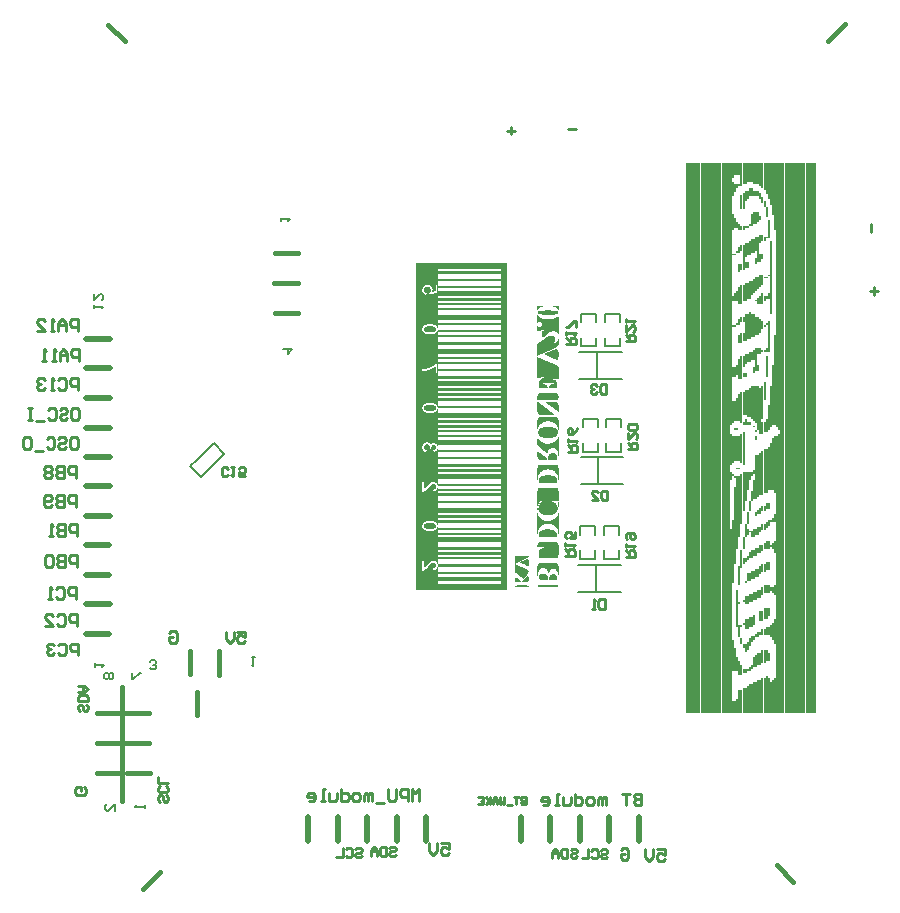
<source format=gbr>
G04*
G04 #@! TF.GenerationSoftware,Altium Limited,Altium Designer,22.4.2 (48)*
G04*
G04 Layer_Color=32896*
%FSLAX44Y44*%
%MOMM*%
G71*
G04*
G04 #@! TF.SameCoordinates,72DCB881-4164-4183-B9F3-641E9368B05D*
G04*
G04*
G04 #@! TF.FilePolarity,Positive*
G04*
G01*
G75*
%ADD10C,0.2000*%
%ADD12C,0.4000*%
%ADD14C,0.2540*%
%ADD15C,0.1778*%
%ADD19C,0.1270*%
%ADD86C,0.5000*%
G36*
X370572Y180000D02*
X294000D01*
Y456860D01*
X370572D01*
Y180000D01*
D02*
G37*
G36*
X388909Y208481D02*
X388897Y208443D01*
X388885Y208393D01*
X388847Y208268D01*
X388784Y208118D01*
X388685Y207931D01*
X388572Y207743D01*
X388410Y207544D01*
X388210Y207344D01*
X388185Y207331D01*
X388160Y207306D01*
X388110Y207281D01*
X388060Y207244D01*
X387985Y207194D01*
X387897Y207131D01*
X387785Y207069D01*
X387660Y206994D01*
X387510Y206919D01*
X387335Y206831D01*
X387147Y206731D01*
X386935Y206619D01*
X386685Y206506D01*
X386423Y206381D01*
X386135Y206244D01*
X377000Y202120D01*
Y208506D01*
X388909D01*
Y208481D01*
D02*
G37*
G36*
X388072Y206131D02*
X388135D01*
X388285Y206081D01*
X388372Y206056D01*
X388447Y206006D01*
X388460D01*
X388485Y205981D01*
X388522Y205944D01*
X388560Y205906D01*
X388610Y205844D01*
X388660Y205769D01*
X388709Y205694D01*
X388747Y205594D01*
X388759Y205581D01*
X388772Y205519D01*
X388797Y205444D01*
X388834Y205319D01*
X388859Y205182D01*
X388885Y205007D01*
X388897Y204807D01*
X388909Y204582D01*
X389234D01*
Y201532D01*
X388909D01*
Y201208D01*
X388897Y201070D01*
X388885Y200908D01*
X388859Y200733D01*
X388822Y200558D01*
X388772Y200395D01*
X388709Y200270D01*
Y200258D01*
X388685Y200245D01*
X388610Y200170D01*
X388485Y200108D01*
X388410Y200083D01*
X388322Y200070D01*
X388310D01*
X388297D01*
X388260D01*
X388210Y200083D01*
X388097Y200108D01*
X387947Y200145D01*
X387935D01*
X387897Y200158D01*
X387835Y200195D01*
X387722Y200233D01*
X387647Y200258D01*
X387572Y200295D01*
X387472Y200333D01*
X387372Y200383D01*
X387247Y200433D01*
X387110Y200483D01*
X386960Y200545D01*
X386785Y200620D01*
X380837Y203170D01*
X386135Y205519D01*
X386148D01*
X386173Y205544D01*
X386223Y205557D01*
X386285Y205594D01*
X386373Y205619D01*
X386460Y205657D01*
X386660Y205744D01*
X386872Y205844D01*
X387085Y205931D01*
X387272Y205994D01*
X387360Y206019D01*
X387422Y206044D01*
X387435D01*
X387472Y206056D01*
X387535Y206081D01*
X387610Y206094D01*
X387797Y206131D01*
X387972Y206144D01*
X387985D01*
X388022D01*
X388072Y206131D01*
D02*
G37*
G36*
X389234Y208506D02*
Y208506D01*
X377000D01*
Y195809D01*
Y201832D01*
X386510Y197746D01*
X386535Y197733D01*
X386585Y197708D01*
X386673Y197671D01*
X386785Y197633D01*
X386922Y197571D01*
X387072Y197496D01*
X387235Y197421D01*
X387410Y197346D01*
X387760Y197184D01*
X387922Y197096D01*
X388085Y197021D01*
X388222Y196946D01*
X388347Y196871D01*
X388447Y196809D01*
X388522Y196759D01*
X388535Y196746D01*
X388572Y196709D01*
X388622Y196646D01*
X388685Y196546D01*
X388747Y196421D01*
X388810Y196259D01*
X388872Y196046D01*
X388904Y195847D01*
X388909Y195809D01*
X389234D01*
Y195259D01*
X388909D01*
Y195234D01*
X388897Y195159D01*
X388885Y195047D01*
X388859Y194897D01*
X388834Y194747D01*
X388784Y194584D01*
X388735Y194422D01*
X388672Y194272D01*
X388660Y194259D01*
X388635Y194197D01*
X388597Y194147D01*
X388560Y194084D01*
X388510Y194022D01*
X388460Y193934D01*
X388385Y193822D01*
X388297Y193710D01*
X388197Y193572D01*
X388085Y193422D01*
X387960Y193247D01*
X387810Y193060D01*
X387647Y192847D01*
X387460Y192622D01*
X384636Y189136D01*
X379374Y193322D01*
X379362Y193335D01*
X379324Y193360D01*
X379274Y193410D01*
X379199Y193472D01*
X379112Y193547D01*
X379012Y193634D01*
X378775Y193847D01*
X378525Y194084D01*
X378275Y194347D01*
X378050Y194609D01*
X377962Y194734D01*
X377875Y194859D01*
X377862Y194884D01*
X377837Y194934D01*
X377787Y195034D01*
X377737Y195159D01*
X377687Y195309D01*
X377637Y195472D01*
X377612Y195659D01*
X377602Y195809D01*
X377600Y195847D01*
X377275D01*
Y195809D01*
Y182000D01*
X377000D01*
Y208506D01*
X389234D01*
D02*
G37*
G36*
X388360Y191910D02*
X388447Y191885D01*
X388522Y191835D01*
X388622Y191772D01*
X388709Y191672D01*
X388784Y191548D01*
Y191535D01*
X388797Y191510D01*
X388810Y191448D01*
X388834Y191360D01*
X388859Y191235D01*
X388872Y191060D01*
X388885Y190960D01*
X388897Y190848D01*
Y190723D01*
X388909Y190585D01*
X389234D01*
Y187948D01*
X388909D01*
Y187848D01*
X388897Y187749D01*
X388885Y187611D01*
X388859Y187461D01*
X388834Y187311D01*
X388784Y187161D01*
X388722Y187036D01*
Y187024D01*
X388697Y186999D01*
X388672Y186949D01*
X388622Y186899D01*
X388572Y186849D01*
X388497Y186786D01*
X388410Y186724D01*
X388310Y186674D01*
X388297D01*
X388260Y186661D01*
X388197Y186636D01*
X388085Y186624D01*
X387935Y186599D01*
X387847Y186586D01*
X387735Y186574D01*
X387622D01*
X387497Y186561D01*
X387347D01*
X387185D01*
X383461D01*
X387048Y191010D01*
X387060Y191023D01*
X387085Y191048D01*
X387122Y191098D01*
X387172Y191160D01*
X387310Y191298D01*
X387485Y191473D01*
X387672Y191647D01*
X387872Y191785D01*
X387972Y191847D01*
X388072Y191898D01*
X388160Y191922D01*
X388247Y191935D01*
X388260D01*
X388310D01*
X388360Y191910D01*
D02*
G37*
G36*
X378175Y190548D02*
X378275Y190523D01*
X378412Y190460D01*
X378500Y190410D01*
X378612Y190360D01*
X378725Y190298D01*
X378850Y190223D01*
X378987Y190123D01*
X379150Y190011D01*
X379312Y189886D01*
X379499Y189748D01*
X382936Y187011D01*
X382574Y186561D01*
X379324D01*
X379312D01*
X379287D01*
X379237D01*
X379174D01*
X379012D01*
X378825Y186574D01*
X378625Y186586D01*
X378425Y186599D01*
X378262Y186624D01*
X378200Y186649D01*
X378150Y186661D01*
X378137D01*
X378112Y186686D01*
X378075Y186711D01*
X378012Y186761D01*
X377962Y186811D01*
X377887Y186886D01*
X377825Y186974D01*
X377762Y187074D01*
X377750Y187086D01*
X377737Y187136D01*
X377712Y187199D01*
X377687Y187311D01*
X377650Y187436D01*
X377625Y187611D01*
X377612Y187811D01*
X377600Y188036D01*
X377275D01*
Y189623D01*
X377600D01*
Y189648D01*
X377612Y189723D01*
X377625Y189823D01*
X377637Y189948D01*
X377662Y190073D01*
X377700Y190198D01*
X377737Y190310D01*
X377775Y190385D01*
X377787Y190398D01*
X377800Y190410D01*
X377862Y190473D01*
X377975Y190535D01*
X378037Y190548D01*
X378100Y190560D01*
X378112D01*
X378175Y190548D01*
D02*
G37*
G36*
X387672Y183675D02*
X387860Y183662D01*
X388047Y183650D01*
X388210Y183625D01*
X388272Y183600D01*
X388322Y183587D01*
X388335D01*
X388360Y183575D01*
X388410Y183550D01*
X388460Y183512D01*
X388522Y183450D01*
X388597Y183387D01*
X388672Y183300D01*
X388735Y183200D01*
X388747Y183187D01*
X388759Y183150D01*
X388784Y183075D01*
X388822Y182987D01*
X388859Y182875D01*
X388885Y182737D01*
X388897Y182575D01*
X388909Y182400D01*
Y182000D01*
X377600D01*
Y182487D01*
X377612Y182587D01*
X377625Y182700D01*
X377637Y182837D01*
X377675Y182975D01*
X377712Y183112D01*
X377775Y183237D01*
X377787Y183250D01*
X377800Y183275D01*
X377825Y183325D01*
X377875Y183375D01*
X377937Y183425D01*
X378012Y183487D01*
X378100Y183550D01*
X378200Y183600D01*
X378212D01*
X378250Y183612D01*
X378312Y183625D01*
X378425Y183650D01*
X378562Y183662D01*
X378662D01*
X378762Y183675D01*
X378887D01*
X379012Y183687D01*
X379162D01*
X379324D01*
X387185D01*
X387197D01*
X387222D01*
X387272D01*
X387335D01*
X387485D01*
X387672Y183675D01*
D02*
G37*
G36*
X414764Y248227D02*
X414745Y248377D01*
Y248545D01*
X414726Y248752D01*
X414689Y248977D01*
X414670Y249258D01*
X414614Y249539D01*
X414558Y249839D01*
X414502Y250176D01*
X414408Y250532D01*
X414220Y251264D01*
X414089Y251638D01*
X413939Y252032D01*
Y252051D01*
X413921Y252088D01*
X413902Y252145D01*
X413864Y252220D01*
X413789Y252444D01*
X413714Y252688D01*
X413620Y252951D01*
X413546Y253194D01*
X413489Y253419D01*
X413471Y253513D01*
Y253663D01*
X413489Y253738D01*
X413508Y253832D01*
X413546Y253944D01*
X413602Y254075D01*
X413677Y254188D01*
X413770Y254319D01*
X413789Y254338D01*
X413827Y254375D01*
X413902Y254431D01*
X414014Y254488D01*
X414145Y254563D01*
X414333Y254619D01*
X414520Y254694D01*
X414764Y254731D01*
Y248227D01*
D02*
G37*
G36*
X408541Y254731D02*
X408559D01*
X408653Y254713D01*
X408765Y254675D01*
X408934Y254619D01*
X409140Y254544D01*
X409365Y254469D01*
X409628Y254356D01*
X409909Y254244D01*
X410209Y254113D01*
X410509Y253944D01*
X410827Y253775D01*
X411127Y253569D01*
X411427Y253344D01*
X411727Y253101D01*
X411990Y252838D01*
X412252Y252557D01*
X412271Y252538D01*
X412308Y252482D01*
X412365Y252388D01*
X412458Y252276D01*
X412552Y252126D01*
X412664Y251938D01*
X412796Y251732D01*
X412908Y251507D01*
X413039Y251264D01*
X413152Y250982D01*
X413264Y250682D01*
X413358Y250364D01*
X413452Y250026D01*
X413508Y249689D01*
X413546Y249333D01*
X413564Y248958D01*
Y248789D01*
X413546Y248677D01*
X413527Y248527D01*
X413508Y248358D01*
X413489Y248171D01*
X413452Y247946D01*
X413321Y247477D01*
X413152Y246952D01*
X413039Y246690D01*
X412908Y246427D01*
X412758Y246146D01*
X412589Y245884D01*
X412571Y245865D01*
X412552Y245827D01*
X412496Y245752D01*
X412421Y245659D01*
X412308Y245546D01*
X412196Y245415D01*
X412065Y245265D01*
X411915Y245096D01*
X411540Y244759D01*
X411109Y244422D01*
X410621Y244103D01*
X410059Y243840D01*
X410040D01*
X409965Y243803D01*
X409853Y243766D01*
X409703Y243709D01*
X409515Y243653D01*
X409309Y243578D01*
X409047Y243503D01*
X408765Y243428D01*
X408447Y243353D01*
X408109Y243278D01*
X407734Y243203D01*
X407341Y243147D01*
X406947Y243091D01*
X406516Y243053D01*
X406066Y243034D01*
X405616Y243016D01*
X405598D01*
X405504D01*
X405391D01*
X405204Y243034D01*
X404998D01*
X404754Y243053D01*
X404473Y243072D01*
X404173Y243091D01*
X403835Y243128D01*
X403498Y243166D01*
X402748Y243278D01*
X401998Y243409D01*
X401230Y243615D01*
X401211D01*
X401136Y243653D01*
X401043Y243672D01*
X400911Y243728D01*
X400743Y243803D01*
X400555Y243878D01*
X400349Y243972D01*
X400124Y244084D01*
X399637Y244347D01*
X399149Y244665D01*
X398662Y245059D01*
X398456Y245284D01*
X398250Y245509D01*
X398231Y245527D01*
X398212Y245565D01*
X398156Y245640D01*
X398100Y245752D01*
X398024Y245884D01*
X397931Y246034D01*
X397837Y246221D01*
X397743Y246427D01*
X397650Y246652D01*
X397556Y246915D01*
X397481Y247196D01*
X397387Y247496D01*
X397331Y247814D01*
X397275Y248152D01*
X397256Y248508D01*
X397237Y248883D01*
Y249052D01*
X397256Y249164D01*
Y249314D01*
X397275Y249483D01*
X397294Y249689D01*
X397331Y249895D01*
X397425Y250382D01*
X397537Y250907D01*
X397725Y251432D01*
X397968Y251976D01*
X397987Y251995D01*
X398006Y252032D01*
X398043Y252126D01*
X398118Y252220D01*
X398193Y252351D01*
X398306Y252501D01*
X398418Y252688D01*
X398568Y252876D01*
X398737Y253082D01*
X398924Y253326D01*
X399131Y253569D01*
X399355Y253832D01*
X399618Y254094D01*
X399899Y254375D01*
X400199Y254656D01*
X400518Y254956D01*
X398980D01*
X398962Y254938D01*
X398906Y254881D01*
X398831Y254806D01*
X398718Y254694D01*
X398587Y254563D01*
X398437Y254394D01*
X398287Y254207D01*
X398100Y254000D01*
X397912Y253757D01*
X397725Y253513D01*
X397350Y252988D01*
X396993Y252407D01*
X396844Y252107D01*
X396694Y251807D01*
Y251788D01*
X396656Y251732D01*
X396637Y251638D01*
X396581Y251526D01*
X396525Y251357D01*
X396469Y251170D01*
X396412Y250964D01*
X396356Y250720D01*
X396281Y250457D01*
X396225Y250158D01*
X396169Y249839D01*
X396113Y249501D01*
X396056Y249145D01*
X396037Y248770D01*
X396000Y247983D01*
Y255256D01*
X408541D01*
Y254731D01*
D02*
G37*
G36*
X410265Y193285D02*
X410546Y193247D01*
X410846Y193191D01*
X411165Y193097D01*
X411502Y192985D01*
X411802Y192816D01*
X411840Y192797D01*
X411934Y192722D01*
X412065Y192628D01*
X412233Y192479D01*
X412421Y192272D01*
X412608Y192047D01*
X412796Y191785D01*
X412965Y191466D01*
Y191448D01*
X412983Y191429D01*
X413002Y191373D01*
X413021Y191298D01*
X413058Y191204D01*
X413096Y191091D01*
X413133Y190960D01*
X413171Y190791D01*
X413189Y190604D01*
X413227Y190398D01*
X413264Y190173D01*
X413302Y189929D01*
X413321Y189648D01*
X413339Y189348D01*
X413358Y189030D01*
Y188673D01*
X406272D01*
Y188973D01*
X406291Y189142D01*
Y189311D01*
X406310Y189517D01*
X406329Y189723D01*
X406366Y190173D01*
X406441Y190642D01*
X406554Y191073D01*
X406610Y191260D01*
X406685Y191448D01*
Y191466D01*
X406704Y191485D01*
X406760Y191598D01*
X406853Y191766D01*
X407004Y191954D01*
X407172Y192179D01*
X407378Y192404D01*
X407622Y192628D01*
X407884Y192816D01*
X407922Y192835D01*
X408016Y192891D01*
X408184Y192966D01*
X408428Y193060D01*
X408709Y193153D01*
X409047Y193228D01*
X409422Y193285D01*
X409853Y193303D01*
X409871D01*
X409909D01*
X409965D01*
X410059D01*
X410265Y193285D01*
D02*
G37*
G36*
X401530Y193772D02*
X401661D01*
X401961Y193734D01*
X402317Y193659D01*
X402692Y193566D01*
X403086Y193435D01*
X403461Y193266D01*
X403479D01*
X403498Y193247D01*
X403629Y193172D01*
X403798Y193041D01*
X404004Y192872D01*
X404229Y192647D01*
X404473Y192385D01*
X404679Y192066D01*
X404848Y191710D01*
Y191691D01*
X404866Y191672D01*
X404885Y191598D01*
X404904Y191523D01*
X404941Y191410D01*
X404979Y191279D01*
X405017Y191129D01*
X405054Y190960D01*
X405073Y190754D01*
X405110Y190529D01*
X405148Y190267D01*
X405185Y190004D01*
X405204Y189704D01*
X405223Y189386D01*
X405241Y189048D01*
Y188673D01*
X399487Y188655D01*
X398831D01*
X398793D01*
X398718D01*
X398587Y188673D01*
X398437Y188692D01*
X398250Y188748D01*
X398081Y188804D01*
X397912Y188898D01*
X397762Y189011D01*
X397743Y189030D01*
X397706Y189086D01*
X397650Y189161D01*
X397593Y189273D01*
X397518Y189423D01*
X397462Y189611D01*
X397425Y189817D01*
X397406Y190061D01*
Y190248D01*
X397425Y190435D01*
X397462Y190698D01*
X397518Y190998D01*
X397612Y191316D01*
X397725Y191635D01*
X397875Y191973D01*
Y191991D01*
X397893Y192010D01*
X397968Y192122D01*
X398062Y192272D01*
X398212Y192479D01*
X398418Y192685D01*
X398643Y192910D01*
X398906Y193135D01*
X399224Y193322D01*
X399243D01*
X399262Y193341D01*
X399318Y193360D01*
X399374Y193397D01*
X399562Y193472D01*
X399805Y193566D01*
X400105Y193641D01*
X400443Y193716D01*
X400818Y193772D01*
X401211Y193791D01*
X401230D01*
X401267D01*
X401342D01*
X401417D01*
X401530Y193772D01*
D02*
G37*
G36*
X414764Y255256D02*
X396000D01*
Y247702D01*
X396019Y247496D01*
X396037Y247252D01*
X396056Y246952D01*
X396094Y246633D01*
X396150Y246277D01*
X396206Y245884D01*
X396281Y245471D01*
X396375Y245059D01*
X396487Y244628D01*
X396619Y244178D01*
X396769Y243747D01*
X396937Y243316D01*
X397144Y242884D01*
X397162Y242866D01*
X397200Y242791D01*
X397256Y242678D01*
X397350Y242509D01*
X397481Y242322D01*
X397612Y242116D01*
X397781Y241872D01*
X397987Y241610D01*
X398212Y241347D01*
X398456Y241066D01*
X398718Y240785D01*
X399018Y240485D01*
X399337Y240204D01*
X399674Y239941D01*
X400049Y239679D01*
X400443Y239435D01*
X400461Y239417D01*
X400536Y239379D01*
X400668Y239323D01*
X400818Y239248D01*
X401024Y239154D01*
X401249Y239060D01*
X401530Y238948D01*
X401830Y238836D01*
X402149Y238723D01*
X402505Y238610D01*
X402898Y238517D01*
X403292Y238423D01*
X403704Y238348D01*
X404136Y238292D01*
X404585Y238254D01*
X405035Y238236D01*
X405279D01*
X405466Y238254D01*
X405710Y238273D01*
X405973Y238311D01*
X406272Y238348D01*
X406610Y238404D01*
X406966Y238479D01*
X407360Y238554D01*
X407753Y238667D01*
X408184Y238798D01*
X408597Y238948D01*
X409047Y239135D01*
X409478Y239342D01*
X409909Y239566D01*
X409928Y239585D01*
X410003Y239623D01*
X410134Y239698D01*
X410284Y239810D01*
X410490Y239941D01*
X410715Y240110D01*
X410959Y240298D01*
X411221Y240522D01*
X411502Y240766D01*
X411802Y241047D01*
X412102Y241347D01*
X412402Y241666D01*
X412683Y242003D01*
X412965Y242378D01*
X413246Y242772D01*
X413489Y243184D01*
X413508Y243203D01*
X413546Y243297D01*
X413602Y243409D01*
X413695Y243578D01*
X413789Y243803D01*
X413902Y244047D01*
X414014Y244328D01*
X414127Y244646D01*
X414239Y245003D01*
X414370Y245378D01*
X414464Y245771D01*
X414558Y246202D01*
X414651Y246633D01*
X414708Y247102D01*
X414745Y247571D01*
X414764Y248039D01*
Y238236D01*
X414764D01*
Y182000D01*
X414352D01*
Y191110D01*
X414333Y191354D01*
X414314Y191654D01*
Y191973D01*
X414277Y192310D01*
X414220Y193022D01*
X414108Y193753D01*
X414052Y194091D01*
X413977Y194409D01*
X413883Y194709D01*
X413789Y194972D01*
Y194990D01*
X413770Y195028D01*
X413733Y195103D01*
X413695Y195178D01*
X413639Y195290D01*
X413564Y195422D01*
X413377Y195703D01*
X413152Y196021D01*
X412871Y196359D01*
X412533Y196696D01*
X412140Y196996D01*
X412121D01*
X412083Y197034D01*
X412027Y197071D01*
X411952Y197109D01*
X411858Y197165D01*
X411727Y197240D01*
X411446Y197371D01*
X411109Y197502D01*
X410715Y197633D01*
X410284Y197708D01*
X409834Y197746D01*
X409815D01*
X409778D01*
X409703D01*
X409609Y197727D01*
X409497Y197708D01*
X409365Y197690D01*
X409047Y197633D01*
X408690Y197521D01*
X408297Y197352D01*
X408109Y197240D01*
X407903Y197109D01*
X407697Y196959D01*
X407510Y196790D01*
X407491Y196771D01*
X407472Y196752D01*
X407416Y196677D01*
X407341Y196602D01*
X407266Y196490D01*
X407153Y196359D01*
X407041Y196209D01*
X406928Y196021D01*
X406797Y195797D01*
X406666Y195553D01*
X406535Y195290D01*
X406404Y194972D01*
X406272Y194653D01*
X406141Y194278D01*
X406010Y193885D01*
X405897Y193453D01*
Y193491D01*
X405879Y193566D01*
X405841Y193697D01*
X405785Y193866D01*
X405729Y194091D01*
X405673Y194316D01*
X405598Y194578D01*
X405504Y194878D01*
X405298Y195459D01*
X405054Y196059D01*
X404923Y196340D01*
X404773Y196621D01*
X404623Y196865D01*
X404473Y197071D01*
X404454Y197090D01*
X404417Y197127D01*
X404342Y197202D01*
X404248Y197315D01*
X404136Y197427D01*
X403985Y197540D01*
X403817Y197690D01*
X403629Y197821D01*
X403404Y197952D01*
X403180Y198102D01*
X402917Y198215D01*
X402636Y198346D01*
X402336Y198440D01*
X402017Y198514D01*
X401699Y198552D01*
X401342Y198571D01*
X401249D01*
X401155Y198552D01*
X401005D01*
X400836Y198514D01*
X400630Y198477D01*
X400405Y198440D01*
X400162Y198365D01*
X399918Y198290D01*
X399637Y198177D01*
X399355Y198046D01*
X399074Y197877D01*
X398793Y197690D01*
X398531Y197484D01*
X398268Y197221D01*
X398006Y196940D01*
X397987Y196921D01*
X397931Y196846D01*
X397856Y196734D01*
X397762Y196565D01*
X397631Y196359D01*
X397500Y196096D01*
X397350Y195815D01*
X397219Y195459D01*
X397068Y195065D01*
X396919Y194634D01*
X396787Y194166D01*
X396656Y193641D01*
X396562Y193078D01*
X396487Y192479D01*
X396431Y191822D01*
X396412Y191129D01*
D01*
Y182000D01*
X396000D01*
Y420570D01*
X414764D01*
Y255256D01*
D02*
G37*
G36*
X411971Y184474D02*
X412290Y184456D01*
X412571Y184418D01*
X412833Y184362D01*
X412946Y184343D01*
X413021Y184306D01*
X413039D01*
X413077Y184268D01*
X413152Y184231D01*
X413246Y184174D01*
X413339Y184081D01*
X413433Y183968D01*
X413527Y183837D01*
X413620Y183687D01*
X413639Y183668D01*
X413658Y183593D01*
X413695Y183481D01*
X413752Y183312D01*
X413789Y183087D01*
X413827Y182787D01*
X413845Y182431D01*
X413864Y182000D01*
X396900D01*
Y182206D01*
X396919Y182412D01*
X396937Y182675D01*
X396956Y182956D01*
X396993Y183237D01*
X397050Y183500D01*
X397087Y183593D01*
X397125Y183687D01*
X397144Y183706D01*
X397162Y183762D01*
X397219Y183837D01*
X397294Y183931D01*
X397481Y184137D01*
X397593Y184231D01*
X397725Y184306D01*
X397743D01*
X397800Y184343D01*
X397912Y184362D01*
X398100Y184399D01*
X398212Y184418D01*
X398343Y184437D01*
X398493Y184456D01*
X398662D01*
X398849Y184474D01*
X399055Y184493D01*
X399299D01*
X399562D01*
X411202D01*
X411221D01*
X411259D01*
X411334D01*
X411427D01*
X411559D01*
X411671D01*
X411971Y184474D01*
D02*
G37*
%LPC*%
G36*
X365492Y451779D02*
X312152D01*
Y449711D01*
X365492D01*
Y451779D01*
D02*
G37*
G36*
Y447644D02*
X312152D01*
Y443509D01*
X365492D01*
Y447644D01*
D02*
G37*
G36*
Y441442D02*
X312152D01*
Y437307D01*
X365492D01*
Y441442D01*
D02*
G37*
G36*
Y435239D02*
X312152D01*
Y433172D01*
X365492D01*
Y435239D01*
D02*
G37*
G36*
X303416Y438339D02*
X303341D01*
X303254Y438326D01*
X303129D01*
X302979Y438314D01*
X302804Y438289D01*
X302604Y438251D01*
X302392Y438214D01*
X302167Y438152D01*
X301917Y438089D01*
X301667Y438002D01*
X301417Y437901D01*
X301167Y437789D01*
X300905Y437652D01*
X300655Y437489D01*
X300417Y437314D01*
X300405Y437302D01*
X300355Y437252D01*
X300280Y437189D01*
X300180Y437089D01*
X300055Y436964D01*
X299930Y436814D01*
X299792Y436639D01*
X299642Y436439D01*
X299492Y436202D01*
X299355Y435952D01*
X299230Y435677D01*
X299105Y435377D01*
X299005Y435052D01*
X298930Y434715D01*
X298880Y434340D01*
X298868Y433952D01*
Y433878D01*
X298880Y433790D01*
Y433665D01*
X298892Y433515D01*
X298918Y433340D01*
X298955Y433153D01*
X298993Y432940D01*
X299042Y432715D01*
X299105Y432490D01*
X299180Y432253D01*
X299280Y432003D01*
X299392Y431766D01*
X299517Y431528D01*
X299667Y431303D01*
X299842Y431091D01*
X299855Y431078D01*
X299892Y431041D01*
X299942Y430991D01*
X300017Y430916D01*
X300117Y430828D01*
X300242Y430741D01*
X300380Y430628D01*
X300530Y430528D01*
X300705Y430416D01*
X300905Y430303D01*
X301117Y430204D01*
X301354Y430103D01*
X301604Y430016D01*
X301867Y429941D01*
X302142Y429879D01*
X302442Y429841D01*
X302579Y431491D01*
X302567D01*
X302529Y431503D01*
X302467Y431516D01*
X302379Y431528D01*
X302279Y431553D01*
X302167Y431578D01*
X301892Y431666D01*
X301604Y431778D01*
X301304Y431916D01*
X301005Y432103D01*
X300879Y432215D01*
X300755Y432328D01*
X300742Y432341D01*
X300730Y432365D01*
X300705Y432403D01*
X300667Y432453D01*
X300617Y432515D01*
X300567Y432590D01*
X300455Y432790D01*
X300342Y433028D01*
X300255Y433303D01*
X300180Y433615D01*
X300167Y433778D01*
X300155Y433952D01*
Y434065D01*
X300167Y434140D01*
X300180Y434240D01*
X300205Y434352D01*
X300230Y434477D01*
X300267Y434615D01*
X300367Y434927D01*
X300430Y435077D01*
X300517Y435240D01*
X300617Y435402D01*
X300730Y435565D01*
X300854Y435727D01*
X301005Y435877D01*
X301017Y435890D01*
X301042Y435914D01*
X301092Y435952D01*
X301167Y436002D01*
X301242Y436064D01*
X301354Y436127D01*
X301479Y436202D01*
X301617Y436277D01*
X301767Y436339D01*
X301942Y436414D01*
X302129Y436477D01*
X302329Y436539D01*
X302542Y436589D01*
X302779Y436627D01*
X303016Y436652D01*
X303279Y436664D01*
X303404D01*
X303504Y436652D01*
X303616Y436639D01*
X303741Y436627D01*
X303891Y436602D01*
X304054Y436564D01*
X304391Y436477D01*
X304566Y436414D01*
X304741Y436339D01*
X304916Y436252D01*
X305091Y436152D01*
X305253Y436040D01*
X305403Y435902D01*
X305416Y435890D01*
X305441Y435865D01*
X305478Y435827D01*
X305528Y435765D01*
X305591Y435690D01*
X305653Y435602D01*
X305728Y435490D01*
X305803Y435377D01*
X305866Y435240D01*
X305941Y435090D01*
X306003Y434927D01*
X306066Y434752D01*
X306116Y434552D01*
X306153Y434352D01*
X306178Y434140D01*
X306191Y433915D01*
Y433790D01*
X306178Y433715D01*
Y433640D01*
X306153Y433453D01*
X306103Y433240D01*
X306041Y433015D01*
X305953Y432778D01*
X305841Y432540D01*
Y432528D01*
X305828Y432515D01*
X305778Y432440D01*
X305703Y432328D01*
X305603Y432203D01*
X305466Y432040D01*
X305316Y431891D01*
X305141Y431728D01*
X304953Y431591D01*
X305141Y430116D01*
X311727Y431353D01*
Y437739D01*
X310227D01*
Y432603D01*
X306765Y431916D01*
X306778Y431928D01*
X306803Y431966D01*
X306840Y432028D01*
X306891Y432116D01*
X306953Y432215D01*
X307028Y432353D01*
X307090Y432490D01*
X307178Y432653D01*
X307253Y432828D01*
X307315Y433015D01*
X307453Y433428D01*
X307503Y433640D01*
X307540Y433865D01*
X307565Y434103D01*
X307578Y434340D01*
Y434415D01*
X307565Y434502D01*
Y434627D01*
X307540Y434765D01*
X307515Y434940D01*
X307478Y435127D01*
X307428Y435327D01*
X307365Y435540D01*
X307290Y435777D01*
X307203Y436015D01*
X307090Y436252D01*
X306953Y436489D01*
X306803Y436727D01*
X306616Y436952D01*
X306416Y437177D01*
X306403Y437189D01*
X306366Y437227D01*
X306291Y437289D01*
X306203Y437364D01*
X306091Y437452D01*
X305953Y437539D01*
X305791Y437652D01*
X305603Y437764D01*
X305403Y437864D01*
X305178Y437976D01*
X304928Y438064D01*
X304666Y438164D01*
X304379Y438227D01*
X304079Y438289D01*
X303754Y438326D01*
X303416Y438339D01*
D02*
G37*
G36*
X365492Y429037D02*
X312152D01*
Y426970D01*
X365492D01*
Y429037D01*
D02*
G37*
G36*
Y424902D02*
X312152D01*
Y422835D01*
X365492D01*
Y424902D01*
D02*
G37*
G36*
Y420767D02*
X312152D01*
Y418700D01*
X365492D01*
Y420767D01*
D02*
G37*
G36*
Y416632D02*
X312152D01*
Y412498D01*
X365492D01*
Y416632D01*
D02*
G37*
G36*
Y408363D02*
X312152D01*
Y406295D01*
X365492D01*
Y408363D01*
D02*
G37*
G36*
Y404228D02*
X312152D01*
Y400093D01*
X365492D01*
Y404228D01*
D02*
G37*
G36*
X305741Y404851D02*
X305178D01*
X305016Y404839D01*
X304828D01*
X304604Y404827D01*
X304366Y404814D01*
X304091Y404789D01*
X303804Y404764D01*
X303516Y404739D01*
X302904Y404651D01*
X302304Y404539D01*
X302029Y404464D01*
X301754Y404377D01*
X301742D01*
X301692Y404352D01*
X301617Y404327D01*
X301529Y404289D01*
X301404Y404239D01*
X301279Y404177D01*
X301129Y404114D01*
X300967Y404027D01*
X300630Y403839D01*
X300267Y403602D01*
X299930Y403314D01*
X299767Y403152D01*
X299617Y402989D01*
X299605Y402977D01*
X299580Y402952D01*
X299542Y402902D01*
X299505Y402827D01*
X299442Y402739D01*
X299380Y402627D01*
X299317Y402502D01*
X299242Y402365D01*
X299167Y402202D01*
X299105Y402027D01*
X299042Y401840D01*
X298980Y401627D01*
X298943Y401415D01*
X298905Y401177D01*
X298880Y400940D01*
X298868Y400677D01*
Y400590D01*
X298880Y400503D01*
X298892Y400365D01*
X298905Y400215D01*
X298943Y400028D01*
X298980Y399828D01*
X299030Y399615D01*
X299105Y399390D01*
X299193Y399153D01*
X299292Y398903D01*
X299417Y398666D01*
X299567Y398428D01*
X299742Y398191D01*
X299955Y397966D01*
X300180Y397766D01*
X300205Y397753D01*
X300255Y397716D01*
X300355Y397653D01*
X300492Y397566D01*
X300667Y397478D01*
X300879Y397366D01*
X301142Y397253D01*
X301442Y397141D01*
X301779Y397016D01*
X302167Y396903D01*
X302592Y396791D01*
X303054Y396704D01*
X303579Y396616D01*
X304129Y396554D01*
X304741Y396516D01*
X305391Y396504D01*
X305616D01*
X305766Y396516D01*
X305966D01*
X306178Y396529D01*
X306428Y396541D01*
X306703Y396566D01*
X306991Y396591D01*
X307290Y396616D01*
X307890Y396704D01*
X308503Y396816D01*
X308778Y396891D01*
X309052Y396966D01*
X309065D01*
X309115Y396991D01*
X309190Y397016D01*
X309277Y397053D01*
X309402Y397103D01*
X309527Y397166D01*
X309677Y397228D01*
X309840Y397316D01*
X310190Y397503D01*
X310540Y397741D01*
X310877Y398028D01*
X311039Y398191D01*
X311189Y398353D01*
X311202Y398366D01*
X311227Y398391D01*
X311264Y398453D01*
X311302Y398516D01*
X311364Y398616D01*
X311427Y398716D01*
X311489Y398853D01*
X311564Y398991D01*
X311639Y399153D01*
X311702Y399328D01*
X311764Y399515D01*
X311827Y399728D01*
X311864Y399940D01*
X311902Y400178D01*
X311927Y400415D01*
X311939Y400677D01*
Y400853D01*
X311927Y400940D01*
X311914Y401040D01*
X311902Y401165D01*
X311889Y401290D01*
X311839Y401565D01*
X311764Y401865D01*
X311652Y402177D01*
X311514Y402477D01*
Y402490D01*
X311489Y402515D01*
X311477Y402552D01*
X311439Y402615D01*
X311339Y402752D01*
X311214Y402939D01*
X311039Y403139D01*
X310840Y403352D01*
X310590Y403564D01*
X310315Y403764D01*
X310302D01*
X310277Y403789D01*
X310240Y403814D01*
X310177Y403852D01*
X310102Y403889D01*
X310015Y403939D01*
X309902Y403989D01*
X309790Y404052D01*
X309652Y404114D01*
X309515Y404177D01*
X309190Y404302D01*
X308815Y404439D01*
X308415Y404552D01*
X308403D01*
X308365Y404564D01*
X308303Y404576D01*
X308215Y404602D01*
X308103Y404627D01*
X307965Y404651D01*
X307803Y404677D01*
X307615Y404701D01*
X307415Y404726D01*
X307178Y404752D01*
X306940Y404776D01*
X306666Y404801D01*
X306378Y404827D01*
X306066Y404839D01*
X305741Y404851D01*
D02*
G37*
G36*
X365492Y398026D02*
X312152D01*
Y395958D01*
X365492D01*
Y398026D01*
D02*
G37*
G36*
Y393891D02*
X312152D01*
Y389756D01*
X365492D01*
Y393891D01*
D02*
G37*
G36*
Y387688D02*
X312152D01*
Y383554D01*
X365492D01*
Y387688D01*
D02*
G37*
G36*
Y379419D02*
X312152D01*
Y377351D01*
X365492D01*
Y379419D01*
D02*
G37*
G36*
Y375284D02*
X312152D01*
Y373216D01*
X365492D01*
Y375284D01*
D02*
G37*
G36*
Y371149D02*
X312152D01*
Y367014D01*
X365492D01*
Y371149D01*
D02*
G37*
G36*
X311727Y371564D02*
X310502D01*
X310490Y371552D01*
X310440Y371514D01*
X310365Y371439D01*
X310265Y371352D01*
X310127Y371239D01*
X309977Y371114D01*
X309790Y370964D01*
X309577Y370802D01*
X309340Y370627D01*
X309077Y370427D01*
X308790Y370227D01*
X308478Y370014D01*
X308153Y369802D01*
X307803Y369577D01*
X307428Y369352D01*
X307028Y369127D01*
X307003Y369115D01*
X306928Y369077D01*
X306815Y369015D01*
X306653Y368927D01*
X306466Y368827D01*
X306228Y368715D01*
X305966Y368590D01*
X305666Y368452D01*
X305341Y368302D01*
X305004Y368152D01*
X304629Y367990D01*
X304254Y367840D01*
X303854Y367690D01*
X303441Y367540D01*
X303016Y367402D01*
X302592Y367277D01*
X302579D01*
X302517Y367253D01*
X302429Y367228D01*
X302317Y367203D01*
X302167Y367165D01*
X301979Y367115D01*
X301779Y367078D01*
X301554Y367028D01*
X301304Y366978D01*
X301029Y366928D01*
X300742Y366878D01*
X300430Y366828D01*
X300117Y366778D01*
X299780Y366740D01*
X299080Y366678D01*
Y365066D01*
X299155D01*
X299230Y365078D01*
X299342D01*
X299492Y365091D01*
X299667Y365103D01*
X299867Y365128D01*
X300092Y365153D01*
X300355Y365178D01*
X300630Y365216D01*
X300930Y365266D01*
X301242Y365328D01*
X301592Y365391D01*
X301942Y365466D01*
X302329Y365553D01*
X302717Y365653D01*
X302729D01*
X302742Y365666D01*
X302817Y365678D01*
X302929Y365715D01*
X303079Y365753D01*
X303279Y365815D01*
X303504Y365890D01*
X303754Y365965D01*
X304041Y366065D01*
X304341Y366178D01*
X304666Y366303D01*
X305016Y366428D01*
X305366Y366578D01*
X306103Y366903D01*
X306853Y367277D01*
X306878Y367290D01*
X306940Y367327D01*
X307041Y367390D01*
X307190Y367465D01*
X307353Y367565D01*
X307553Y367677D01*
X307778Y367815D01*
X308015Y367965D01*
X308278Y368127D01*
X308553Y368302D01*
X309115Y368677D01*
X309677Y369102D01*
X309952Y369314D01*
X310215Y369539D01*
Y363279D01*
X311727D01*
Y371564D01*
D02*
G37*
G36*
X365492Y364947D02*
X312152D01*
Y360812D01*
X365492D01*
Y364947D01*
D02*
G37*
G36*
Y358744D02*
X312152D01*
Y356677D01*
X365492D01*
Y358744D01*
D02*
G37*
G36*
Y352542D02*
X312152D01*
Y350475D01*
X365492D01*
Y352542D01*
D02*
G37*
G36*
Y348407D02*
X312152D01*
Y346340D01*
X365492D01*
Y348407D01*
D02*
G37*
G36*
Y344272D02*
X312152D01*
Y342205D01*
X365492D01*
Y344272D01*
D02*
G37*
G36*
Y340137D02*
X312152D01*
Y336003D01*
X365492D01*
Y340137D01*
D02*
G37*
G36*
X305741Y338176D02*
X305178D01*
X305016Y338164D01*
X304828D01*
X304604Y338152D01*
X304366Y338139D01*
X304091Y338114D01*
X303804Y338089D01*
X303516Y338064D01*
X302904Y337976D01*
X302304Y337864D01*
X302029Y337789D01*
X301754Y337702D01*
X301742D01*
X301692Y337677D01*
X301617Y337652D01*
X301529Y337614D01*
X301404Y337564D01*
X301279Y337502D01*
X301129Y337439D01*
X300967Y337352D01*
X300630Y337164D01*
X300267Y336927D01*
X299930Y336639D01*
X299767Y336477D01*
X299617Y336314D01*
X299605Y336302D01*
X299580Y336277D01*
X299542Y336227D01*
X299505Y336152D01*
X299442Y336064D01*
X299380Y335952D01*
X299317Y335827D01*
X299242Y335690D01*
X299167Y335527D01*
X299105Y335352D01*
X299042Y335165D01*
X298980Y334952D01*
X298943Y334740D01*
X298905Y334502D01*
X298880Y334265D01*
X298868Y334002D01*
Y333915D01*
X298880Y333828D01*
X298892Y333690D01*
X298905Y333540D01*
X298943Y333353D01*
X298980Y333153D01*
X299030Y332940D01*
X299105Y332715D01*
X299193Y332478D01*
X299292Y332228D01*
X299417Y331991D01*
X299567Y331753D01*
X299742Y331516D01*
X299955Y331291D01*
X300180Y331091D01*
X300205Y331078D01*
X300255Y331041D01*
X300355Y330978D01*
X300492Y330891D01*
X300667Y330803D01*
X300879Y330691D01*
X301142Y330578D01*
X301442Y330466D01*
X301779Y330341D01*
X302167Y330229D01*
X302592Y330116D01*
X303054Y330028D01*
X303579Y329941D01*
X304129Y329879D01*
X304741Y329841D01*
X305391Y329829D01*
X305616D01*
X305766Y329841D01*
X305966D01*
X306178Y329854D01*
X306428Y329866D01*
X306703Y329891D01*
X306991Y329916D01*
X307290Y329941D01*
X307890Y330028D01*
X308503Y330141D01*
X308778Y330216D01*
X309052Y330291D01*
X309065D01*
X309115Y330316D01*
X309190Y330341D01*
X309277Y330378D01*
X309402Y330428D01*
X309527Y330491D01*
X309677Y330553D01*
X309840Y330641D01*
X310190Y330828D01*
X310540Y331066D01*
X310877Y331353D01*
X311039Y331516D01*
X311189Y331678D01*
X311202Y331691D01*
X311227Y331716D01*
X311264Y331778D01*
X311302Y331841D01*
X311364Y331941D01*
X311427Y332040D01*
X311489Y332178D01*
X311564Y332315D01*
X311639Y332478D01*
X311702Y332653D01*
X311764Y332840D01*
X311827Y333053D01*
X311864Y333265D01*
X311902Y333503D01*
X311927Y333740D01*
X311939Y334002D01*
Y334178D01*
X311927Y334265D01*
X311914Y334365D01*
X311902Y334490D01*
X311889Y334615D01*
X311839Y334890D01*
X311764Y335190D01*
X311652Y335502D01*
X311514Y335802D01*
Y335815D01*
X311489Y335840D01*
X311477Y335877D01*
X311439Y335939D01*
X311339Y336077D01*
X311214Y336264D01*
X311039Y336464D01*
X310840Y336677D01*
X310590Y336889D01*
X310315Y337089D01*
X310302D01*
X310277Y337114D01*
X310240Y337139D01*
X310177Y337177D01*
X310102Y337214D01*
X310015Y337264D01*
X309902Y337314D01*
X309790Y337377D01*
X309652Y337439D01*
X309515Y337502D01*
X309190Y337627D01*
X308815Y337764D01*
X308415Y337877D01*
X308403D01*
X308365Y337889D01*
X308303Y337901D01*
X308215Y337926D01*
X308103Y337952D01*
X307965Y337976D01*
X307803Y338002D01*
X307615Y338027D01*
X307415Y338051D01*
X307178Y338077D01*
X306940Y338102D01*
X306666Y338126D01*
X306378Y338152D01*
X306066Y338164D01*
X305741Y338176D01*
D02*
G37*
G36*
X365492Y333935D02*
X312152D01*
Y329800D01*
X365492D01*
Y333935D01*
D02*
G37*
G36*
Y325665D02*
X312152D01*
Y323598D01*
X365492D01*
Y325665D01*
D02*
G37*
G36*
Y321531D02*
X312152D01*
Y319463D01*
X365492D01*
Y321531D01*
D02*
G37*
G36*
Y317396D02*
X312152D01*
Y315328D01*
X365492D01*
Y317396D01*
D02*
G37*
G36*
Y313261D02*
X312152D01*
Y311193D01*
X365492D01*
Y313261D01*
D02*
G37*
G36*
Y309126D02*
X312152D01*
Y307059D01*
X365492D01*
Y309126D01*
D02*
G37*
G36*
Y302924D02*
X312152D01*
Y298789D01*
X365492D01*
Y302924D01*
D02*
G37*
G36*
X302866Y304889D02*
X302792D01*
X302704Y304876D01*
X302592D01*
X302442Y304851D01*
X302279Y304827D01*
X302092Y304789D01*
X301879Y304739D01*
X301667Y304676D01*
X301442Y304589D01*
X301204Y304489D01*
X300967Y304377D01*
X300730Y304227D01*
X300480Y304064D01*
X300255Y303877D01*
X300030Y303664D01*
X300017Y303652D01*
X299980Y303614D01*
X299917Y303539D01*
X299855Y303439D01*
X299755Y303327D01*
X299667Y303177D01*
X299555Y303014D01*
X299455Y302815D01*
X299342Y302602D01*
X299230Y302365D01*
X299142Y302115D01*
X299055Y301840D01*
X298980Y301552D01*
X298918Y301240D01*
X298880Y300915D01*
X298868Y300565D01*
Y300490D01*
X298880Y300403D01*
Y300290D01*
X298892Y300140D01*
X298918Y299978D01*
X298955Y299790D01*
X298993Y299578D01*
X299042Y299365D01*
X299118Y299140D01*
X299193Y298903D01*
X299292Y298678D01*
X299405Y298441D01*
X299542Y298203D01*
X299692Y297978D01*
X299867Y297766D01*
X299880Y297753D01*
X299917Y297716D01*
X299967Y297666D01*
X300055Y297591D01*
X300155Y297503D01*
X300267Y297403D01*
X300405Y297303D01*
X300567Y297191D01*
X300742Y297078D01*
X300942Y296966D01*
X301154Y296866D01*
X301392Y296766D01*
X301642Y296679D01*
X301904Y296604D01*
X302179Y296541D01*
X302479Y296504D01*
X302692Y298078D01*
X302679D01*
X302629Y298091D01*
X302567Y298103D01*
X302467Y298128D01*
X302367Y298153D01*
X302229Y298191D01*
X302092Y298241D01*
X301942Y298291D01*
X301629Y298416D01*
X301304Y298578D01*
X301005Y298766D01*
X300879Y298878D01*
X300755Y298990D01*
Y299003D01*
X300730Y299016D01*
X300705Y299053D01*
X300667Y299103D01*
X300617Y299165D01*
X300567Y299240D01*
X300467Y299428D01*
X300355Y299665D01*
X300255Y299940D01*
X300192Y300240D01*
X300180Y300403D01*
X300167Y300578D01*
Y300690D01*
X300180Y300765D01*
X300192Y300865D01*
X300205Y300965D01*
X300230Y301090D01*
X300267Y301227D01*
X300355Y301527D01*
X300417Y301677D01*
X300492Y301840D01*
X300580Y302002D01*
X300680Y302152D01*
X300792Y302302D01*
X300930Y302452D01*
X300942Y302465D01*
X300967Y302490D01*
X301005Y302527D01*
X301067Y302577D01*
X301142Y302627D01*
X301229Y302689D01*
X301329Y302764D01*
X301454Y302840D01*
X301579Y302902D01*
X301729Y302977D01*
X302054Y303102D01*
X302229Y303139D01*
X302417Y303177D01*
X302617Y303202D01*
X302829Y303214D01*
X302929D01*
X303016Y303202D01*
X303104Y303189D01*
X303216Y303177D01*
X303329Y303152D01*
X303466Y303127D01*
X303741Y303039D01*
X303891Y302989D01*
X304041Y302915D01*
X304191Y302827D01*
X304341Y302740D01*
X304479Y302627D01*
X304616Y302502D01*
X304629Y302490D01*
X304641Y302465D01*
X304679Y302427D01*
X304729Y302377D01*
X304778Y302302D01*
X304841Y302215D01*
X304904Y302127D01*
X304966Y302015D01*
X305028Y301890D01*
X305091Y301752D01*
X305203Y301440D01*
X305291Y301090D01*
X305303Y300903D01*
X305316Y300702D01*
Y300627D01*
X305303Y300528D01*
X305291Y300403D01*
X305278Y300240D01*
X305253Y300053D01*
X305203Y299840D01*
X305153Y299603D01*
X306528Y299778D01*
Y299803D01*
X306516Y299865D01*
X306503Y299953D01*
Y300128D01*
X306516Y300203D01*
Y300290D01*
X306528Y300390D01*
X306553Y300503D01*
X306566Y300627D01*
X306628Y300915D01*
X306728Y301215D01*
X306853Y301527D01*
X307028Y301840D01*
X307041Y301852D01*
X307053Y301877D01*
X307078Y301915D01*
X307128Y301965D01*
X307178Y302027D01*
X307253Y302102D01*
X307328Y302165D01*
X307428Y302252D01*
X307528Y302327D01*
X307653Y302390D01*
X307790Y302465D01*
X307928Y302527D01*
X308090Y302577D01*
X308265Y302614D01*
X308440Y302640D01*
X308640Y302652D01*
X308727D01*
X308790Y302640D01*
X308865D01*
X308953Y302627D01*
X309152Y302577D01*
X309377Y302515D01*
X309615Y302402D01*
X309852Y302265D01*
X309965Y302165D01*
X310077Y302065D01*
X310090Y302052D01*
X310102Y302040D01*
X310127Y302002D01*
X310165Y301965D01*
X310265Y301827D01*
X310365Y301652D01*
X310465Y301440D01*
X310565Y301177D01*
X310627Y300877D01*
X310652Y300728D01*
Y300465D01*
X310639Y300403D01*
Y300315D01*
X310627Y300228D01*
X310577Y300015D01*
X310515Y299765D01*
X310402Y299515D01*
X310265Y299253D01*
X310165Y299128D01*
X310065Y299016D01*
X310052Y299003D01*
X310040Y298990D01*
X310002Y298953D01*
X309952Y298916D01*
X309902Y298866D01*
X309827Y298815D01*
X309740Y298753D01*
X309640Y298690D01*
X309515Y298628D01*
X309390Y298553D01*
X309252Y298491D01*
X309090Y298428D01*
X308927Y298378D01*
X308740Y298316D01*
X308553Y298278D01*
X308340Y298241D01*
X308615Y296666D01*
X308628D01*
X308690Y296679D01*
X308765Y296703D01*
X308878Y296728D01*
X309002Y296766D01*
X309165Y296816D01*
X309327Y296866D01*
X309515Y296941D01*
X309702Y297016D01*
X309902Y297116D01*
X310115Y297216D01*
X310315Y297341D01*
X310515Y297466D01*
X310714Y297616D01*
X310889Y297791D01*
X311064Y297966D01*
X311077Y297978D01*
X311102Y298016D01*
X311139Y298066D01*
X311202Y298153D01*
X311264Y298253D01*
X311339Y298366D01*
X311427Y298516D01*
X311502Y298666D01*
X311589Y298841D01*
X311664Y299040D01*
X311739Y299253D01*
X311802Y299478D01*
X311864Y299715D01*
X311902Y299965D01*
X311927Y300240D01*
X311939Y300515D01*
Y300615D01*
X311927Y300690D01*
Y300790D01*
X311914Y300890D01*
X311902Y301015D01*
X311889Y301152D01*
X311827Y301452D01*
X311752Y301765D01*
X311639Y302102D01*
X311489Y302440D01*
Y302452D01*
X311464Y302477D01*
X311439Y302527D01*
X311402Y302589D01*
X311364Y302665D01*
X311302Y302740D01*
X311164Y302939D01*
X310989Y303164D01*
X310777Y303389D01*
X310527Y303602D01*
X310252Y303789D01*
X310240D01*
X310215Y303814D01*
X310177Y303839D01*
X310115Y303864D01*
X310052Y303902D01*
X309965Y303939D01*
X309752Y304027D01*
X309515Y304114D01*
X309227Y304189D01*
X308927Y304239D01*
X308603Y304264D01*
X308528D01*
X308465Y304252D01*
X308390D01*
X308303Y304239D01*
X308103Y304214D01*
X307865Y304152D01*
X307615Y304077D01*
X307353Y303964D01*
X307090Y303814D01*
X307078D01*
X307066Y303789D01*
X307028Y303764D01*
X306978Y303727D01*
X306853Y303627D01*
X306703Y303477D01*
X306528Y303289D01*
X306353Y303064D01*
X306178Y302802D01*
X306016Y302490D01*
Y302502D01*
X306003Y302540D01*
X305991Y302602D01*
X305966Y302677D01*
X305928Y302777D01*
X305891Y302877D01*
X305778Y303139D01*
X305641Y303414D01*
X305441Y303714D01*
X305216Y304002D01*
X305079Y304127D01*
X304928Y304252D01*
X304916Y304264D01*
X304891Y304277D01*
X304841Y304314D01*
X304778Y304352D01*
X304704Y304402D01*
X304604Y304452D01*
X304491Y304514D01*
X304366Y304576D01*
X304216Y304627D01*
X304066Y304689D01*
X303891Y304739D01*
X303716Y304789D01*
X303316Y304864D01*
X303092Y304876D01*
X302866Y304889D01*
D02*
G37*
G36*
X365492Y296721D02*
X312152D01*
Y292586D01*
X365492D01*
Y296721D01*
D02*
G37*
G36*
Y290519D02*
X312152D01*
Y286384D01*
X365492D01*
Y290519D01*
D02*
G37*
G36*
Y284317D02*
X312152D01*
Y282249D01*
X365492D01*
Y284317D01*
D02*
G37*
G36*
Y280182D02*
X312152D01*
Y278114D01*
X365492D01*
Y280182D01*
D02*
G37*
G36*
Y273980D02*
X312152D01*
Y269845D01*
X365492D01*
Y273980D01*
D02*
G37*
G36*
Y267777D02*
X312152D01*
Y265710D01*
X365492D01*
Y267777D01*
D02*
G37*
G36*
X300592Y271414D02*
X299080D01*
Y262954D01*
X299280D01*
X299430Y262966D01*
X299592Y262991D01*
X299780Y263016D01*
X299967Y263066D01*
X300167Y263129D01*
X300180D01*
X300205Y263141D01*
X300255Y263166D01*
X300317Y263191D01*
X300392Y263229D01*
X300480Y263266D01*
X300705Y263379D01*
X300967Y263528D01*
X301254Y263703D01*
X301554Y263916D01*
X301867Y264166D01*
X301879Y264178D01*
X301904Y264203D01*
X301954Y264241D01*
X302017Y264303D01*
X302092Y264378D01*
X302192Y264466D01*
X302304Y264566D01*
X302429Y264691D01*
X302554Y264828D01*
X302704Y264978D01*
X302866Y265153D01*
X303041Y265328D01*
X303216Y265528D01*
X303404Y265740D01*
X303604Y265978D01*
X303804Y266215D01*
X303829Y266240D01*
X303879Y266303D01*
X303966Y266415D01*
X304091Y266553D01*
X304229Y266728D01*
X304404Y266915D01*
X304591Y267128D01*
X304791Y267353D01*
X305228Y267827D01*
X305678Y268290D01*
X305903Y268502D01*
X306128Y268702D01*
X306328Y268890D01*
X306528Y269040D01*
X306541Y269052D01*
X306578Y269077D01*
X306628Y269115D01*
X306703Y269152D01*
X306791Y269214D01*
X306891Y269277D01*
X307015Y269340D01*
X307140Y269415D01*
X307428Y269552D01*
X307740Y269677D01*
X307915Y269714D01*
X308078Y269752D01*
X308253Y269777D01*
X308415Y269789D01*
X308503D01*
X308578Y269777D01*
X308652Y269764D01*
X308740Y269752D01*
X308965Y269702D01*
X309215Y269627D01*
X309477Y269502D01*
X309602Y269427D01*
X309740Y269340D01*
X309865Y269240D01*
X309990Y269115D01*
X310002Y269102D01*
X310015Y269090D01*
X310052Y269040D01*
X310090Y268990D01*
X310140Y268927D01*
X310190Y268840D01*
X310252Y268752D01*
X310315Y268640D01*
X310377Y268527D01*
X310440Y268390D01*
X310540Y268090D01*
X310614Y267752D01*
X310627Y267565D01*
X310639Y267365D01*
Y267253D01*
X310627Y267178D01*
X310614Y267078D01*
X310602Y266965D01*
X310577Y266840D01*
X310552Y266715D01*
X310477Y266415D01*
X310352Y266115D01*
X310277Y265965D01*
X310177Y265815D01*
X310077Y265678D01*
X309952Y265541D01*
X309940Y265528D01*
X309927Y265515D01*
X309877Y265478D01*
X309827Y265441D01*
X309765Y265390D01*
X309677Y265328D01*
X309577Y265266D01*
X309465Y265203D01*
X309340Y265141D01*
X309202Y265078D01*
X309040Y265028D01*
X308878Y264966D01*
X308703Y264928D01*
X308503Y264891D01*
X308303Y264878D01*
X308078Y264866D01*
X308240Y263254D01*
X308265D01*
X308315Y263266D01*
X308415Y263279D01*
X308540Y263291D01*
X308690Y263329D01*
X308865Y263366D01*
X309052Y263416D01*
X309265Y263466D01*
X309477Y263541D01*
X309702Y263629D01*
X309927Y263729D01*
X310165Y263841D01*
X310390Y263978D01*
X310602Y264128D01*
X310802Y264303D01*
X310989Y264491D01*
X311002Y264503D01*
X311027Y264541D01*
X311077Y264603D01*
X311139Y264691D01*
X311214Y264803D01*
X311289Y264928D01*
X311377Y265091D01*
X311464Y265266D01*
X311552Y265466D01*
X311639Y265678D01*
X311714Y265915D01*
X311789Y266178D01*
X311852Y266453D01*
X311902Y266753D01*
X311927Y267065D01*
X311939Y267402D01*
Y267490D01*
X311927Y267577D01*
Y267715D01*
X311914Y267865D01*
X311889Y268040D01*
X311852Y268240D01*
X311814Y268465D01*
X311752Y268690D01*
X311689Y268927D01*
X311602Y269177D01*
X311502Y269415D01*
X311389Y269664D01*
X311252Y269889D01*
X311089Y270114D01*
X310914Y270327D01*
X310902Y270339D01*
X310865Y270377D01*
X310814Y270427D01*
X310727Y270489D01*
X310627Y270577D01*
X310515Y270664D01*
X310377Y270764D01*
X310215Y270864D01*
X310040Y270964D01*
X309840Y271064D01*
X309640Y271152D01*
X309415Y271239D01*
X309177Y271301D01*
X308915Y271352D01*
X308652Y271389D01*
X308378Y271402D01*
X308253D01*
X308178Y271389D01*
X308103D01*
X307903Y271364D01*
X307678Y271327D01*
X307415Y271264D01*
X307140Y271189D01*
X306866Y271077D01*
X306853D01*
X306828Y271064D01*
X306791Y271039D01*
X306740Y271014D01*
X306666Y270977D01*
X306591Y270939D01*
X306391Y270827D01*
X306166Y270689D01*
X305891Y270502D01*
X305603Y270289D01*
X305303Y270027D01*
X305291Y270014D01*
X305266Y269989D01*
X305216Y269952D01*
X305153Y269889D01*
X305066Y269802D01*
X304966Y269714D01*
X304853Y269590D01*
X304716Y269452D01*
X304566Y269302D01*
X304391Y269115D01*
X304204Y268927D01*
X304004Y268702D01*
X303791Y268465D01*
X303554Y268202D01*
X303316Y267915D01*
X303054Y267615D01*
X303041Y267603D01*
X303004Y267553D01*
X302941Y267477D01*
X302866Y267390D01*
X302767Y267278D01*
X302654Y267153D01*
X302404Y266853D01*
X302142Y266553D01*
X301879Y266253D01*
X301754Y266115D01*
X301629Y265990D01*
X301529Y265878D01*
X301442Y265790D01*
X301429Y265778D01*
X301367Y265728D01*
X301279Y265653D01*
X301180Y265553D01*
X301042Y265453D01*
X300905Y265340D01*
X300755Y265228D01*
X300592Y265128D01*
Y271414D01*
D02*
G37*
G36*
X365492Y263642D02*
X312152D01*
Y261575D01*
X365492D01*
Y263642D01*
D02*
G37*
G36*
Y259508D02*
X312152D01*
Y255373D01*
X365492D01*
Y259508D01*
D02*
G37*
G36*
Y253305D02*
X312152D01*
Y249170D01*
X365492D01*
Y253305D01*
D02*
G37*
G36*
Y245036D02*
X312152D01*
Y242968D01*
X365492D01*
Y245036D01*
D02*
G37*
G36*
Y240901D02*
X312152D01*
Y238833D01*
X365492D01*
Y240901D01*
D02*
G37*
G36*
Y236766D02*
X312152D01*
Y232631D01*
X365492D01*
Y236766D01*
D02*
G37*
G36*
X305741Y238164D02*
X305178D01*
X305016Y238151D01*
X304828D01*
X304604Y238139D01*
X304366Y238127D01*
X304091Y238102D01*
X303804Y238076D01*
X303516Y238051D01*
X302904Y237964D01*
X302304Y237852D01*
X302029Y237777D01*
X301754Y237689D01*
X301742D01*
X301692Y237664D01*
X301617Y237639D01*
X301529Y237602D01*
X301404Y237552D01*
X301279Y237489D01*
X301129Y237427D01*
X300967Y237339D01*
X300630Y237152D01*
X300267Y236914D01*
X299930Y236627D01*
X299767Y236464D01*
X299617Y236302D01*
X299605Y236289D01*
X299580Y236264D01*
X299542Y236215D01*
X299505Y236140D01*
X299442Y236052D01*
X299380Y235940D01*
X299317Y235815D01*
X299242Y235677D01*
X299167Y235515D01*
X299105Y235340D01*
X299042Y235152D01*
X298980Y234940D01*
X298943Y234727D01*
X298905Y234490D01*
X298880Y234252D01*
X298868Y233990D01*
Y233903D01*
X298880Y233815D01*
X298892Y233678D01*
X298905Y233528D01*
X298943Y233340D01*
X298980Y233140D01*
X299030Y232928D01*
X299105Y232703D01*
X299193Y232465D01*
X299292Y232215D01*
X299417Y231978D01*
X299567Y231741D01*
X299742Y231503D01*
X299955Y231278D01*
X300180Y231078D01*
X300205Y231066D01*
X300255Y231028D01*
X300355Y230966D01*
X300492Y230878D01*
X300667Y230791D01*
X300879Y230678D01*
X301142Y230566D01*
X301442Y230453D01*
X301779Y230329D01*
X302167Y230216D01*
X302592Y230103D01*
X303054Y230016D01*
X303579Y229929D01*
X304129Y229866D01*
X304741Y229829D01*
X305391Y229816D01*
X305616D01*
X305766Y229829D01*
X305966D01*
X306178Y229841D01*
X306428Y229854D01*
X306703Y229879D01*
X306991Y229904D01*
X307290Y229929D01*
X307890Y230016D01*
X308503Y230128D01*
X308778Y230203D01*
X309052Y230278D01*
X309065D01*
X309115Y230303D01*
X309190Y230329D01*
X309277Y230366D01*
X309402Y230416D01*
X309527Y230478D01*
X309677Y230541D01*
X309840Y230628D01*
X310190Y230816D01*
X310540Y231053D01*
X310877Y231341D01*
X311039Y231503D01*
X311189Y231666D01*
X311202Y231678D01*
X311227Y231703D01*
X311264Y231766D01*
X311302Y231828D01*
X311364Y231928D01*
X311427Y232028D01*
X311489Y232166D01*
X311564Y232303D01*
X311639Y232465D01*
X311702Y232640D01*
X311764Y232828D01*
X311827Y233040D01*
X311864Y233253D01*
X311902Y233490D01*
X311927Y233728D01*
X311939Y233990D01*
Y234165D01*
X311927Y234252D01*
X311914Y234352D01*
X311902Y234477D01*
X311889Y234602D01*
X311839Y234877D01*
X311764Y235177D01*
X311652Y235490D01*
X311514Y235790D01*
Y235802D01*
X311489Y235827D01*
X311477Y235865D01*
X311439Y235927D01*
X311339Y236064D01*
X311214Y236252D01*
X311039Y236452D01*
X310840Y236664D01*
X310590Y236877D01*
X310315Y237077D01*
X310302D01*
X310277Y237102D01*
X310240Y237127D01*
X310177Y237164D01*
X310102Y237202D01*
X310015Y237252D01*
X309902Y237302D01*
X309790Y237364D01*
X309652Y237427D01*
X309515Y237489D01*
X309190Y237614D01*
X308815Y237752D01*
X308415Y237864D01*
X308403D01*
X308365Y237876D01*
X308303Y237889D01*
X308215Y237914D01*
X308103Y237939D01*
X307965Y237964D01*
X307803Y237989D01*
X307615Y238014D01*
X307415Y238039D01*
X307178Y238064D01*
X306940Y238089D01*
X306666Y238114D01*
X306378Y238139D01*
X306066Y238151D01*
X305741Y238164D01*
D02*
G37*
G36*
X365492Y230564D02*
X312152D01*
Y228496D01*
X365492D01*
Y230564D01*
D02*
G37*
G36*
Y226429D02*
X312152D01*
Y224361D01*
X365492D01*
Y226429D01*
D02*
G37*
G36*
Y220226D02*
X312152D01*
Y216091D01*
X365492D01*
Y220226D01*
D02*
G37*
G36*
Y214024D02*
X312152D01*
Y211957D01*
X365492D01*
Y214024D01*
D02*
G37*
G36*
Y209889D02*
X312152D01*
Y207822D01*
X365492D01*
Y209889D01*
D02*
G37*
G36*
Y205754D02*
X312152D01*
Y201619D01*
X365492D01*
Y205754D01*
D02*
G37*
G36*
X300592Y204739D02*
X299080D01*
Y196279D01*
X299280D01*
X299430Y196291D01*
X299592Y196316D01*
X299780Y196341D01*
X299967Y196391D01*
X300167Y196454D01*
X300180D01*
X300205Y196466D01*
X300255Y196491D01*
X300317Y196516D01*
X300392Y196554D01*
X300480Y196591D01*
X300705Y196703D01*
X300967Y196854D01*
X301254Y197029D01*
X301554Y197241D01*
X301867Y197491D01*
X301879Y197503D01*
X301904Y197528D01*
X301954Y197566D01*
X302017Y197628D01*
X302092Y197703D01*
X302192Y197791D01*
X302304Y197891D01*
X302429Y198016D01*
X302554Y198153D01*
X302704Y198303D01*
X302866Y198478D01*
X303041Y198653D01*
X303216Y198853D01*
X303404Y199065D01*
X303604Y199303D01*
X303804Y199540D01*
X303829Y199565D01*
X303879Y199628D01*
X303966Y199740D01*
X304091Y199878D01*
X304229Y200053D01*
X304404Y200240D01*
X304591Y200453D01*
X304791Y200678D01*
X305228Y201152D01*
X305678Y201615D01*
X305903Y201827D01*
X306128Y202027D01*
X306328Y202215D01*
X306528Y202365D01*
X306541Y202377D01*
X306578Y202402D01*
X306628Y202440D01*
X306703Y202477D01*
X306791Y202540D01*
X306891Y202602D01*
X307015Y202665D01*
X307140Y202740D01*
X307428Y202877D01*
X307740Y203002D01*
X307915Y203039D01*
X308078Y203077D01*
X308253Y203102D01*
X308415Y203114D01*
X308503D01*
X308578Y203102D01*
X308652Y203089D01*
X308740Y203077D01*
X308965Y203027D01*
X309215Y202952D01*
X309477Y202827D01*
X309602Y202752D01*
X309740Y202665D01*
X309865Y202565D01*
X309990Y202440D01*
X310002Y202427D01*
X310015Y202415D01*
X310052Y202365D01*
X310090Y202315D01*
X310140Y202252D01*
X310190Y202165D01*
X310252Y202077D01*
X310315Y201965D01*
X310377Y201852D01*
X310440Y201715D01*
X310540Y201415D01*
X310614Y201077D01*
X310627Y200890D01*
X310639Y200690D01*
Y200578D01*
X310627Y200503D01*
X310614Y200403D01*
X310602Y200290D01*
X310577Y200165D01*
X310552Y200040D01*
X310477Y199740D01*
X310352Y199440D01*
X310277Y199290D01*
X310177Y199140D01*
X310077Y199003D01*
X309952Y198866D01*
X309940Y198853D01*
X309927Y198841D01*
X309877Y198803D01*
X309827Y198766D01*
X309765Y198715D01*
X309677Y198653D01*
X309577Y198591D01*
X309465Y198528D01*
X309340Y198466D01*
X309202Y198403D01*
X309040Y198353D01*
X308878Y198291D01*
X308703Y198253D01*
X308503Y198216D01*
X308303Y198203D01*
X308078Y198191D01*
X308240Y196579D01*
X308265D01*
X308315Y196591D01*
X308415Y196604D01*
X308540Y196616D01*
X308690Y196654D01*
X308865Y196691D01*
X309052Y196741D01*
X309265Y196791D01*
X309477Y196866D01*
X309702Y196954D01*
X309927Y197054D01*
X310165Y197166D01*
X310390Y197303D01*
X310602Y197453D01*
X310802Y197628D01*
X310989Y197816D01*
X311002Y197828D01*
X311027Y197866D01*
X311077Y197928D01*
X311139Y198016D01*
X311214Y198128D01*
X311289Y198253D01*
X311377Y198416D01*
X311464Y198591D01*
X311552Y198790D01*
X311639Y199003D01*
X311714Y199240D01*
X311789Y199503D01*
X311852Y199778D01*
X311902Y200078D01*
X311927Y200390D01*
X311939Y200728D01*
Y200815D01*
X311927Y200903D01*
Y201040D01*
X311914Y201190D01*
X311889Y201365D01*
X311852Y201565D01*
X311814Y201790D01*
X311752Y202015D01*
X311689Y202252D01*
X311602Y202502D01*
X311502Y202740D01*
X311389Y202989D01*
X311252Y203214D01*
X311089Y203439D01*
X310914Y203652D01*
X310902Y203664D01*
X310865Y203702D01*
X310814Y203752D01*
X310727Y203814D01*
X310627Y203902D01*
X310515Y203989D01*
X310377Y204089D01*
X310215Y204189D01*
X310040Y204289D01*
X309840Y204389D01*
X309640Y204477D01*
X309415Y204564D01*
X309177Y204627D01*
X308915Y204676D01*
X308652Y204714D01*
X308378Y204727D01*
X308253D01*
X308178Y204714D01*
X308103D01*
X307903Y204689D01*
X307678Y204652D01*
X307415Y204589D01*
X307140Y204514D01*
X306866Y204402D01*
X306853D01*
X306828Y204389D01*
X306791Y204364D01*
X306740Y204339D01*
X306666Y204302D01*
X306591Y204264D01*
X306391Y204152D01*
X306166Y204014D01*
X305891Y203827D01*
X305603Y203614D01*
X305303Y203352D01*
X305291Y203339D01*
X305266Y203314D01*
X305216Y203277D01*
X305153Y203214D01*
X305066Y203127D01*
X304966Y203039D01*
X304853Y202915D01*
X304716Y202777D01*
X304566Y202627D01*
X304391Y202440D01*
X304204Y202252D01*
X304004Y202027D01*
X303791Y201790D01*
X303554Y201527D01*
X303316Y201240D01*
X303054Y200940D01*
X303041Y200928D01*
X303004Y200877D01*
X302941Y200802D01*
X302866Y200715D01*
X302767Y200602D01*
X302654Y200478D01*
X302404Y200178D01*
X302142Y199878D01*
X301879Y199578D01*
X301754Y199440D01*
X301629Y199315D01*
X301529Y199203D01*
X301442Y199115D01*
X301429Y199103D01*
X301367Y199053D01*
X301279Y198978D01*
X301180Y198878D01*
X301042Y198778D01*
X300905Y198666D01*
X300755Y198553D01*
X300592Y198453D01*
Y204739D01*
D02*
G37*
G36*
X365492Y199552D02*
X312152D01*
Y195417D01*
X365492D01*
Y199552D01*
D02*
G37*
G36*
Y193350D02*
X312152D01*
Y191282D01*
X365492D01*
Y193350D01*
D02*
G37*
G36*
Y187147D02*
X312152D01*
Y185080D01*
X365492D01*
Y187147D01*
D02*
G37*
%LPD*%
G36*
X305791Y403227D02*
X305903D01*
X306153Y403214D01*
X306441Y403202D01*
X306765Y403177D01*
X307103Y403152D01*
X307803Y403064D01*
X308153Y403002D01*
X308503Y402927D01*
X308815Y402840D01*
X309115Y402752D01*
X309377Y402627D01*
X309590Y402502D01*
X309602Y402490D01*
X309640Y402465D01*
X309690Y402427D01*
X309752Y402365D01*
X309840Y402302D01*
X309927Y402215D01*
X310015Y402115D01*
X310115Y401990D01*
X310215Y401865D01*
X310302Y401727D01*
X310477Y401415D01*
X310540Y401240D01*
X310590Y401052D01*
X310627Y400853D01*
X310639Y400653D01*
Y400553D01*
X310627Y400478D01*
X310614Y400378D01*
X310590Y400278D01*
X310527Y400028D01*
X310477Y399890D01*
X310415Y399753D01*
X310340Y399603D01*
X310252Y399465D01*
X310140Y399315D01*
X310015Y399178D01*
X309877Y399040D01*
X309715Y398915D01*
X309702Y398903D01*
X309665Y398878D01*
X309590Y398840D01*
X309477Y398791D01*
X309352Y398728D01*
X309177Y398666D01*
X308978Y398591D01*
X308740Y398516D01*
X308453Y398441D01*
X308140Y398366D01*
X307790Y398303D01*
X307390Y398241D01*
X306966Y398191D01*
X306478Y398153D01*
X305953Y398128D01*
X305391Y398116D01*
X305091D01*
X304991Y398128D01*
X304879D01*
X304629Y398141D01*
X304341Y398153D01*
X304016Y398178D01*
X303679Y398203D01*
X302979Y398291D01*
X302629Y398353D01*
X302292Y398428D01*
X301967Y398516D01*
X301667Y398616D01*
X301404Y398728D01*
X301192Y398853D01*
X301180Y398866D01*
X301142Y398890D01*
X301092Y398928D01*
X301029Y398991D01*
X300954Y399053D01*
X300867Y399140D01*
X300767Y399240D01*
X300680Y399353D01*
X300580Y399490D01*
X300480Y399628D01*
X300317Y399940D01*
X300255Y400103D01*
X300205Y400290D01*
X300167Y400478D01*
X300155Y400677D01*
Y400728D01*
X300167Y400778D01*
Y400853D01*
X300192Y400952D01*
X300205Y401052D01*
X300242Y401177D01*
X300280Y401302D01*
X300342Y401452D01*
X300405Y401590D01*
X300492Y401740D01*
X300592Y401890D01*
X300717Y402052D01*
X300854Y402202D01*
X301005Y402352D01*
X301192Y402490D01*
X301204Y402502D01*
X301242Y402527D01*
X301304Y402565D01*
X301404Y402602D01*
X301529Y402664D01*
X301692Y402727D01*
X301879Y402789D01*
X302117Y402864D01*
X302379Y402939D01*
X302679Y403002D01*
X303016Y403064D01*
X303404Y403127D01*
X303829Y403164D01*
X304304Y403202D01*
X304828Y403227D01*
X305391Y403239D01*
X305691D01*
X305791Y403227D01*
D02*
G37*
G36*
Y336552D02*
X305903D01*
X306153Y336539D01*
X306441Y336527D01*
X306765Y336502D01*
X307103Y336477D01*
X307803Y336389D01*
X308153Y336327D01*
X308503Y336252D01*
X308815Y336165D01*
X309115Y336077D01*
X309377Y335952D01*
X309590Y335827D01*
X309602Y335815D01*
X309640Y335790D01*
X309690Y335752D01*
X309752Y335690D01*
X309840Y335627D01*
X309927Y335540D01*
X310015Y335440D01*
X310115Y335315D01*
X310215Y335190D01*
X310302Y335052D01*
X310477Y334740D01*
X310540Y334565D01*
X310590Y334377D01*
X310627Y334178D01*
X310639Y333978D01*
Y333878D01*
X310627Y333803D01*
X310614Y333703D01*
X310590Y333603D01*
X310527Y333353D01*
X310477Y333215D01*
X310415Y333078D01*
X310340Y332928D01*
X310252Y332790D01*
X310140Y332640D01*
X310015Y332503D01*
X309877Y332365D01*
X309715Y332240D01*
X309702Y332228D01*
X309665Y332203D01*
X309590Y332165D01*
X309477Y332116D01*
X309352Y332053D01*
X309177Y331991D01*
X308978Y331916D01*
X308740Y331841D01*
X308453Y331766D01*
X308140Y331691D01*
X307790Y331628D01*
X307390Y331566D01*
X306966Y331516D01*
X306478Y331478D01*
X305953Y331453D01*
X305391Y331441D01*
X305091D01*
X304991Y331453D01*
X304879D01*
X304629Y331466D01*
X304341Y331478D01*
X304016Y331503D01*
X303679Y331528D01*
X302979Y331616D01*
X302629Y331678D01*
X302292Y331753D01*
X301967Y331841D01*
X301667Y331941D01*
X301404Y332053D01*
X301192Y332178D01*
X301180Y332191D01*
X301142Y332215D01*
X301092Y332253D01*
X301029Y332315D01*
X300954Y332378D01*
X300867Y332465D01*
X300767Y332565D01*
X300680Y332678D01*
X300580Y332815D01*
X300480Y332953D01*
X300317Y333265D01*
X300255Y333428D01*
X300205Y333615D01*
X300167Y333803D01*
X300155Y334002D01*
Y334053D01*
X300167Y334103D01*
Y334178D01*
X300192Y334277D01*
X300205Y334377D01*
X300242Y334502D01*
X300280Y334627D01*
X300342Y334777D01*
X300405Y334915D01*
X300492Y335065D01*
X300592Y335215D01*
X300717Y335377D01*
X300854Y335527D01*
X301005Y335677D01*
X301192Y335815D01*
X301204Y335827D01*
X301242Y335852D01*
X301304Y335890D01*
X301404Y335927D01*
X301529Y335989D01*
X301692Y336052D01*
X301879Y336115D01*
X302117Y336189D01*
X302379Y336264D01*
X302679Y336327D01*
X303016Y336389D01*
X303404Y336452D01*
X303829Y336489D01*
X304304Y336527D01*
X304828Y336552D01*
X305391Y336564D01*
X305691D01*
X305791Y336552D01*
D02*
G37*
G36*
Y236539D02*
X305903D01*
X306153Y236527D01*
X306441Y236514D01*
X306765Y236489D01*
X307103Y236464D01*
X307803Y236377D01*
X308153Y236314D01*
X308503Y236239D01*
X308815Y236152D01*
X309115Y236064D01*
X309377Y235940D01*
X309590Y235815D01*
X309602Y235802D01*
X309640Y235777D01*
X309690Y235740D01*
X309752Y235677D01*
X309840Y235615D01*
X309927Y235527D01*
X310015Y235427D01*
X310115Y235302D01*
X310215Y235177D01*
X310302Y235040D01*
X310477Y234727D01*
X310540Y234552D01*
X310590Y234365D01*
X310627Y234165D01*
X310639Y233965D01*
Y233865D01*
X310627Y233790D01*
X310614Y233690D01*
X310590Y233590D01*
X310527Y233340D01*
X310477Y233203D01*
X310415Y233065D01*
X310340Y232915D01*
X310252Y232778D01*
X310140Y232628D01*
X310015Y232490D01*
X309877Y232353D01*
X309715Y232228D01*
X309702Y232215D01*
X309665Y232190D01*
X309590Y232153D01*
X309477Y232103D01*
X309352Y232041D01*
X309177Y231978D01*
X308978Y231903D01*
X308740Y231828D01*
X308453Y231753D01*
X308140Y231678D01*
X307790Y231616D01*
X307390Y231553D01*
X306966Y231503D01*
X306478Y231466D01*
X305953Y231441D01*
X305391Y231428D01*
X305091D01*
X304991Y231441D01*
X304879D01*
X304629Y231453D01*
X304341Y231466D01*
X304016Y231491D01*
X303679Y231516D01*
X302979Y231603D01*
X302629Y231666D01*
X302292Y231741D01*
X301967Y231828D01*
X301667Y231928D01*
X301404Y232041D01*
X301192Y232166D01*
X301180Y232178D01*
X301142Y232203D01*
X301092Y232241D01*
X301029Y232303D01*
X300954Y232365D01*
X300867Y232453D01*
X300767Y232553D01*
X300680Y232665D01*
X300580Y232803D01*
X300480Y232940D01*
X300317Y233253D01*
X300255Y233415D01*
X300205Y233603D01*
X300167Y233790D01*
X300155Y233990D01*
Y234040D01*
X300167Y234090D01*
Y234165D01*
X300192Y234265D01*
X300205Y234365D01*
X300242Y234490D01*
X300280Y234615D01*
X300342Y234765D01*
X300405Y234902D01*
X300492Y235052D01*
X300592Y235202D01*
X300717Y235365D01*
X300854Y235515D01*
X301005Y235665D01*
X301192Y235802D01*
X301204Y235815D01*
X301242Y235840D01*
X301304Y235877D01*
X301404Y235914D01*
X301529Y235977D01*
X301692Y236040D01*
X301879Y236102D01*
X302117Y236177D01*
X302379Y236252D01*
X302679Y236314D01*
X303016Y236377D01*
X303404Y236439D01*
X303829Y236477D01*
X304304Y236514D01*
X304828Y236539D01*
X305391Y236552D01*
X305691D01*
X305791Y236539D01*
D02*
G37*
%LPC*%
G36*
X405373Y420570D02*
X405110D01*
X404923Y420551D01*
X404679D01*
X404398Y420533D01*
X404079Y420514D01*
X403742Y420476D01*
X403367Y420439D01*
X402973Y420383D01*
X402130Y420252D01*
X401230Y420064D01*
X400349Y419802D01*
X400330D01*
X400293Y419783D01*
X400218Y419764D01*
X400105Y419727D01*
X399993Y419670D01*
X399843Y419614D01*
X399524Y419483D01*
X399149Y419314D01*
X398756Y419089D01*
X398362Y418864D01*
X398006Y418583D01*
X397987D01*
X397968Y418546D01*
X397856Y418452D01*
X397687Y418302D01*
X397481Y418096D01*
X397256Y417833D01*
X397012Y417533D01*
X396787Y417215D01*
X396562Y416859D01*
Y416840D01*
X396544Y416821D01*
X396506Y416765D01*
X396487Y416690D01*
X396394Y416502D01*
X396300Y416240D01*
X396206Y415921D01*
X396113Y415565D01*
X396056Y415172D01*
X396037Y414759D01*
D01*
Y414628D01*
X396056Y414534D01*
Y414422D01*
X396075Y414291D01*
X396113Y413991D01*
X396206Y413616D01*
X396319Y413222D01*
X396469Y412810D01*
X396694Y412416D01*
Y412397D01*
X396731Y412379D01*
X396769Y412322D01*
X396825Y412247D01*
X396975Y412041D01*
X397181Y411797D01*
X397443Y411497D01*
X397762Y411198D01*
X398156Y410879D01*
X398587Y410560D01*
X398606D01*
X398624Y410541D01*
X398681Y410504D01*
X398756Y410466D01*
X398849Y410410D01*
X398943Y410354D01*
X399224Y410223D01*
X399562Y410054D01*
X399974Y409885D01*
X400461Y409717D01*
X400986Y409548D01*
X401005D01*
X401080Y409529D01*
X401193Y409492D01*
X401342Y409454D01*
X401530Y409417D01*
X401736Y409379D01*
X401998Y409323D01*
X402261Y409267D01*
X402580Y409211D01*
X402898Y409173D01*
X403236Y409117D01*
X403611Y409079D01*
X404360Y409004D01*
X405166Y408986D01*
X405448D01*
X405654Y409004D01*
X405916D01*
X406216Y409023D01*
X406554Y409061D01*
X406928Y409079D01*
X407341Y409136D01*
X407753Y409192D01*
X408672Y409323D01*
X409590Y409529D01*
X410059Y409642D01*
X410528Y409792D01*
X410546D01*
X410621Y409829D01*
X410715Y409867D01*
X410865Y409923D01*
X411034Y409998D01*
X411221Y410073D01*
X411446Y410185D01*
X411671Y410298D01*
X412177Y410579D01*
X412702Y410935D01*
X413189Y411348D01*
X413433Y411591D01*
X413639Y411835D01*
X413658Y411854D01*
X413695Y411891D01*
X413733Y411966D01*
X413808Y412079D01*
X413883Y412210D01*
X413977Y412360D01*
X414089Y412528D01*
X414183Y412716D01*
X414389Y413166D01*
X414558Y413653D01*
X414633Y413916D01*
X414689Y414197D01*
X414708Y414478D01*
X414726Y414759D01*
Y410354D01*
Y414909D01*
X414708Y415022D01*
X414689Y415153D01*
X414670Y415322D01*
X414633Y415509D01*
X414595Y415715D01*
X414464Y416146D01*
X414389Y416390D01*
X414277Y416634D01*
X414145Y416896D01*
X414014Y417159D01*
X413845Y417402D01*
X413658Y417665D01*
X413639Y417683D01*
X413602Y417721D01*
X413546Y417796D01*
X413471Y417890D01*
X413358Y418002D01*
X413227Y418133D01*
X413077Y418283D01*
X412908Y418433D01*
X412702Y418583D01*
X412496Y418752D01*
X412252Y418921D01*
X411990Y419089D01*
X411727Y419258D01*
X411427Y419408D01*
X410790Y419670D01*
X410771Y419689D01*
X410677Y419708D01*
X410546Y419745D01*
X410359Y419820D01*
X410134Y419877D01*
X409853Y419952D01*
X409534Y420045D01*
X409178Y420120D01*
X408803Y420214D01*
X408372Y420289D01*
X407941Y420364D01*
X407453Y420439D01*
X406966Y420495D01*
X406460Y420533D01*
X405916Y420551D01*
X405373Y420570D01*
D02*
G37*
G36*
X398268Y406849D02*
X398231D01*
X398118Y406830D01*
X397949Y406811D01*
X397725Y406774D01*
X397481Y406680D01*
X397219Y406567D01*
X396956Y406418D01*
X396712Y406193D01*
X396694Y406155D01*
X396619Y406080D01*
X396506Y405930D01*
X396394Y405761D01*
X396281Y405518D01*
X396169Y405255D01*
X396094Y404955D01*
X396075Y404637D01*
Y404599D01*
X396094Y404487D01*
X396113Y404318D01*
X396150Y404093D01*
X396225Y403849D01*
X396338Y403587D01*
X396506Y403325D01*
X396712Y403081D01*
X396750Y403062D01*
X396825Y402987D01*
X396956Y402875D01*
X397144Y402762D01*
X397368Y402650D01*
X397631Y402537D01*
X397931Y402462D01*
X398268Y402444D01*
X396075D01*
D01*
X400480D01*
Y404674D01*
X400461Y404787D01*
X400443Y404955D01*
X400405Y405180D01*
X400311Y405424D01*
X400199Y405686D01*
X400049Y405949D01*
X399824Y406193D01*
X399787Y406230D01*
X399712Y406305D01*
X399562Y406399D01*
X399393Y406530D01*
X399149Y406642D01*
X398887Y406755D01*
X398587Y406830D01*
X398268Y406849D01*
D02*
G37*
G36*
X401605Y399913D02*
X396412Y398901D01*
Y399913D01*
Y388347D01*
X414726D01*
X396694D01*
X396712Y388366D01*
X396769Y388403D01*
X396844Y388478D01*
X396937Y388553D01*
X397087Y388666D01*
X397237Y388797D01*
X397425Y388947D01*
X397631Y389134D01*
X397856Y389303D01*
X398100Y389509D01*
X398624Y389940D01*
X399206Y390409D01*
X399824Y390915D01*
X400480Y391421D01*
X401136Y391927D01*
X401774Y392434D01*
X402411Y392902D01*
X403011Y393333D01*
X403554Y393708D01*
X403817Y393877D01*
X404061Y394008D01*
X404267Y394139D01*
X404473Y394252D01*
X404492Y394271D01*
X404567Y394289D01*
X404679Y394346D01*
X404810Y394421D01*
X404998Y394496D01*
X405204Y394571D01*
X405448Y394664D01*
X405710Y394777D01*
X405991Y394870D01*
X406310Y394964D01*
X406966Y395114D01*
X407660Y395245D01*
X408016Y395264D01*
X408372Y395283D01*
X408391D01*
X408428D01*
X408503D01*
X408597Y395264D01*
X408728D01*
X408859Y395245D01*
X409178Y395170D01*
X409553Y395077D01*
X409928Y394927D01*
X410321Y394702D01*
X410509Y394571D01*
X410677Y394421D01*
X410696Y394402D01*
X410715Y394383D01*
X410771Y394327D01*
X410827Y394271D01*
X410978Y394083D01*
X411146Y393839D01*
X411315Y393521D01*
X411465Y393165D01*
X411577Y392752D01*
X411596Y392527D01*
X411615Y392302D01*
Y392209D01*
X411596Y392115D01*
X411577Y391965D01*
X411559Y391796D01*
X411502Y391609D01*
X411446Y391384D01*
X411352Y391159D01*
X411259Y390896D01*
X411109Y390653D01*
X410959Y390390D01*
X410752Y390128D01*
X410528Y389865D01*
X410246Y389603D01*
X409928Y389378D01*
X409572Y389153D01*
X409740Y388647D01*
X409778D01*
X409853Y388685D01*
X409984Y388722D01*
X410153Y388778D01*
X410378Y388853D01*
X410603Y388947D01*
X410884Y389059D01*
X411165Y389191D01*
X411783Y389491D01*
X412402Y389865D01*
X412702Y390090D01*
X413002Y390315D01*
X413264Y390559D01*
X413508Y390821D01*
X413527Y390840D01*
X413564Y390896D01*
X413620Y390971D01*
X413695Y391084D01*
X413789Y391215D01*
X413902Y391384D01*
X413995Y391571D01*
X414127Y391796D01*
X414239Y392021D01*
X414333Y392284D01*
X414445Y392565D01*
X414539Y392865D01*
X414614Y393183D01*
X414670Y393502D01*
X414708Y393839D01*
X414726Y394196D01*
Y394421D01*
X414708Y394552D01*
X414689Y394683D01*
X414651Y395020D01*
X414576Y395414D01*
X414464Y395826D01*
X414295Y396258D01*
X414089Y396689D01*
Y396707D01*
X414052Y396745D01*
X414033Y396801D01*
X413977Y396876D01*
X413827Y397082D01*
X413639Y397326D01*
X413377Y397607D01*
X413077Y397907D01*
X412739Y398188D01*
X412346Y398451D01*
X412327D01*
X412290Y398470D01*
X412233Y398507D01*
X412158Y398545D01*
X411952Y398657D01*
X411671Y398769D01*
X411352Y398882D01*
X410996Y398994D01*
X410640Y399069D01*
X410265Y399088D01*
X410246D01*
X410190D01*
X410096D01*
X409965Y399069D01*
X409796Y399051D01*
X409609Y399032D01*
X409403Y399013D01*
X409159Y398957D01*
X408897Y398919D01*
X408616Y398844D01*
X408016Y398676D01*
X407697Y398563D01*
X407378Y398432D01*
X407041Y398263D01*
X406704Y398095D01*
X406685Y398076D01*
X406591Y398038D01*
X406441Y397945D01*
X406254Y397813D01*
X406010Y397645D01*
X405691Y397439D01*
X405335Y397176D01*
X404923Y396876D01*
X404473Y396501D01*
X403967Y396089D01*
X403404Y395620D01*
X402786Y395077D01*
X402130Y394477D01*
X401436Y393802D01*
X400686Y393071D01*
X399880Y392265D01*
Y396614D01*
X399899Y396914D01*
Y397232D01*
X399936Y397532D01*
X399955Y397795D01*
X399974Y397907D01*
X399993Y398001D01*
Y398020D01*
X400011Y398076D01*
X400049Y398151D01*
X400087Y398245D01*
X400199Y398470D01*
X400386Y398694D01*
X400405Y398713D01*
X400443Y398751D01*
X400536Y398807D01*
X400649Y398901D01*
X400818Y398994D01*
X401024Y399126D01*
X401286Y399257D01*
X401605Y399426D01*
Y399913D01*
D02*
G37*
G36*
X414352Y387391D02*
X396000D01*
X413864D01*
Y387354D01*
X413845Y387297D01*
X413827Y387223D01*
X413770Y387035D01*
X413677Y386810D01*
X413527Y386529D01*
X413358Y386248D01*
X413114Y385948D01*
X412814Y385648D01*
X412777Y385629D01*
X412739Y385592D01*
X412664Y385554D01*
X412589Y385498D01*
X412477Y385423D01*
X412346Y385329D01*
X412177Y385235D01*
X411990Y385123D01*
X411765Y385010D01*
X411502Y384879D01*
X411221Y384729D01*
X410902Y384561D01*
X410528Y384392D01*
X410134Y384204D01*
X409703Y383998D01*
X396000Y377812D01*
Y377381D01*
X410265Y371252D01*
X410303Y371233D01*
X410378Y371195D01*
X410509Y371139D01*
X410677Y371083D01*
X410884Y370989D01*
X411109Y370877D01*
X411352Y370764D01*
X411615Y370652D01*
X412140Y370408D01*
X412383Y370277D01*
X412627Y370164D01*
X412833Y370052D01*
X413021Y369939D01*
X413171Y369846D01*
X413283Y369771D01*
X413302Y369752D01*
X413358Y369696D01*
X413433Y369602D01*
X413527Y369452D01*
X413620Y369265D01*
X413714Y369021D01*
X413808Y368702D01*
X413864Y368346D01*
X414352D01*
Y387391D01*
D02*
G37*
G36*
X396000Y374982D02*
Y368346D01*
D01*
Y374982D01*
D02*
G37*
G36*
X414352Y360136D02*
Y358842D01*
X409047D01*
Y358355D01*
X409066D01*
X409140Y358336D01*
X409234Y358317D01*
X409365Y358280D01*
X409515Y358242D01*
X409703Y358186D01*
X410115Y358074D01*
X410565Y357924D01*
X411034Y357736D01*
X411465Y357511D01*
X411652Y357399D01*
X411821Y357268D01*
X411840D01*
X411858Y357230D01*
X411971Y357136D01*
X412121Y356987D01*
X412308Y356762D01*
X412515Y356480D01*
X412721Y356143D01*
X412908Y355749D01*
X413077Y355299D01*
X413096Y355262D01*
Y355224D01*
X413114Y355149D01*
X413133Y355056D01*
X413152Y354962D01*
X413171Y354831D01*
X413208Y354681D01*
X413227Y354493D01*
X413246Y354287D01*
X413264Y354062D01*
X413283Y353819D01*
X413302Y353537D01*
Y353219D01*
X413321Y352881D01*
Y350651D01*
X406010D01*
Y351175D01*
X406029Y351288D01*
X406048Y351438D01*
X406066Y351588D01*
X406141Y351963D01*
X406272Y352375D01*
X406366Y352581D01*
X406460Y352788D01*
X406591Y352994D01*
X406722Y353181D01*
X406891Y353350D01*
X407079Y353500D01*
X407097D01*
X407135Y353537D01*
X407191Y353575D01*
X407285Y353631D01*
X407397Y353687D01*
X407528Y353762D01*
X407697Y353837D01*
X407884Y353912D01*
X408091Y353987D01*
X408316Y354081D01*
X408578Y354156D01*
X408859Y354250D01*
X409178Y354325D01*
X409515Y354381D01*
X409871Y354437D01*
X410246Y354493D01*
Y354981D01*
X400855D01*
Y354493D01*
X400874D01*
X400930D01*
X401005Y354475D01*
X401118Y354456D01*
X401230Y354437D01*
X401380Y354418D01*
X401736Y354343D01*
X402130Y354250D01*
X402542Y354137D01*
X402954Y353987D01*
X403348Y353800D01*
X403367D01*
X403386Y353781D01*
X403517Y353706D01*
X403686Y353612D01*
X403892Y353462D01*
X404117Y353294D01*
X404323Y353088D01*
X404529Y352863D01*
X404679Y352619D01*
X404698Y352581D01*
X404735Y352488D01*
X404791Y352338D01*
X404848Y352113D01*
X404904Y351850D01*
X404960Y351513D01*
X404998Y351101D01*
X405017Y350651D01*
X399955D01*
X399936D01*
X399899D01*
X399824D01*
X399712D01*
X399599D01*
X399468D01*
X399168Y350669D01*
X398868D01*
X398568Y350707D01*
X398437D01*
X398306Y350726D01*
X398212Y350744D01*
X398137Y350763D01*
X398118D01*
X398081Y350782D01*
X398024Y350819D01*
X397949Y350876D01*
X397781Y351026D01*
X397687Y351119D01*
X397612Y351232D01*
Y351250D01*
X397575Y351307D01*
X397556Y351382D01*
X397518Y351513D01*
X397481Y351663D01*
X397443Y351850D01*
X397425Y352094D01*
X397406Y352356D01*
Y353669D01*
X397425Y353837D01*
X397443Y354062D01*
X397462Y354306D01*
X397500Y354568D01*
X397556Y354868D01*
X397687Y355506D01*
X397781Y355843D01*
X397893Y356180D01*
X398024Y356518D01*
X398193Y356855D01*
X398362Y357155D01*
X398568Y357455D01*
X398587Y357474D01*
X398624Y357530D01*
X398699Y357605D01*
X398793Y357699D01*
X398906Y357830D01*
X399055Y357980D01*
X399243Y358130D01*
X399449Y358299D01*
X399674Y358467D01*
X399936Y358655D01*
X400237Y358842D01*
X400555Y359011D01*
X400892Y359180D01*
X401267Y359348D01*
X401680Y359498D01*
X402111Y359630D01*
Y360136D01*
X396412Y359311D01*
Y359348D01*
Y343809D01*
X405382D01*
X396900D01*
Y344521D01*
X396919Y344671D01*
X396937Y344840D01*
X396956Y345046D01*
X397012Y345252D01*
X397068Y345458D01*
X397162Y345646D01*
X397181Y345664D01*
X397200Y345702D01*
X397237Y345777D01*
X397312Y345852D01*
X397406Y345927D01*
X397518Y346021D01*
X397650Y346114D01*
X397800Y346189D01*
X397818D01*
X397875Y346208D01*
X397968Y346245D01*
X398137Y346264D01*
X398343Y346302D01*
X398493D01*
X398643Y346320D01*
X398831D01*
X399018Y346339D01*
X399243D01*
X399487D01*
X411277D01*
X411296D01*
X411334D01*
X411390D01*
X411465D01*
X411671D01*
X411915D01*
X412177Y346320D01*
X412421Y346302D01*
X412627Y346283D01*
X412702D01*
X412758Y346264D01*
X412777D01*
X412833Y346245D01*
X412927Y346208D01*
X413021Y346152D01*
X413152Y346096D01*
X413264Y346002D01*
X413377Y345908D01*
X413489Y345777D01*
X413508Y345758D01*
X413546Y345683D01*
X413602Y345571D01*
X413677Y345421D01*
X413752Y345215D01*
X413808Y344971D01*
X413845Y344708D01*
X413864Y344390D01*
Y343809D01*
X414352D01*
Y360136D01*
D02*
G37*
G36*
Y342665D02*
X396000D01*
Y324089D01*
Y339853D01*
X410940Y327706D01*
X399543D01*
X399524D01*
X399468D01*
X399393D01*
X399299Y327725D01*
X399168D01*
X399018Y327744D01*
X398699Y327800D01*
X398343Y327875D01*
X398006Y328006D01*
X397687Y328175D01*
X397556Y328288D01*
X397443Y328400D01*
X397425Y328438D01*
X397368Y328531D01*
X397275Y328681D01*
X397181Y328869D01*
X397068Y329112D01*
X396993Y329394D01*
X396919Y329693D01*
X396900Y330031D01*
Y330462D01*
X396412D01*
Y324089D01*
X396900D01*
Y324220D01*
X396919Y324332D01*
Y324445D01*
X396937Y324576D01*
X396975Y324895D01*
X397050Y325232D01*
X397162Y325569D01*
X397294Y325869D01*
X397387Y326019D01*
X397500Y326132D01*
X397537Y326151D01*
X397612Y326226D01*
X397762Y326319D01*
X397987Y326432D01*
X398268Y326544D01*
X398624Y326638D01*
X398812Y326675D01*
X399037Y326713D01*
X399281Y326732D01*
X399543D01*
X412196D01*
X412664Y326338D01*
X412702Y326319D01*
X412777Y326244D01*
X412908Y326132D01*
X413058Y326001D01*
X413208Y325851D01*
X413358Y325682D01*
X413489Y325513D01*
X413602Y325345D01*
X413620Y325326D01*
X413639Y325270D01*
X413677Y325157D01*
X413714Y325026D01*
X413770Y324857D01*
X413808Y324632D01*
X413845Y324389D01*
X413864Y324089D01*
X414352D01*
Y330462D01*
X403217Y339328D01*
X410940D01*
X410959D01*
X411015D01*
X411090D01*
X411202D01*
X411334Y339310D01*
X411484D01*
X411821Y339272D01*
X412177Y339216D01*
X412533Y339122D01*
X412852Y339010D01*
X413002Y338935D01*
X413114Y338860D01*
X413152Y338822D01*
X413227Y338729D01*
X413358Y338579D01*
X413489Y338354D01*
X413639Y338073D01*
X413752Y337698D01*
X413808Y337491D01*
X413845Y337267D01*
X413864Y337004D01*
Y336742D01*
X414352D01*
Y342665D01*
D02*
G37*
G36*
X414595Y322739D02*
X396000D01*
Y303694D01*
D01*
Y313048D01*
X396019Y312935D01*
Y312785D01*
X396037Y312635D01*
X396056Y312467D01*
X396094Y312054D01*
X396169Y311586D01*
X396281Y311061D01*
X396412Y310498D01*
X396581Y309917D01*
X396806Y309299D01*
X397068Y308680D01*
X397368Y308062D01*
X397743Y307443D01*
X398193Y306862D01*
X398681Y306299D01*
X398962Y306037D01*
X399262Y305775D01*
X399299Y305756D01*
X399374Y305681D01*
X399524Y305587D01*
X399730Y305456D01*
X399974Y305287D01*
X400274Y305119D01*
X400611Y304931D01*
X401005Y304744D01*
X401436Y304537D01*
X401905Y304350D01*
X402430Y304181D01*
X402954Y304013D01*
X403536Y303881D01*
X404136Y303788D01*
X404773Y303713D01*
X405429Y303694D01*
X414595D01*
X405598D01*
X405710Y303713D01*
X405822D01*
X406104Y303731D01*
X406441Y303769D01*
X406835Y303844D01*
X407285Y303919D01*
X407753Y304031D01*
X408278Y304181D01*
X408803Y304350D01*
X409365Y304575D01*
X409928Y304837D01*
X410490Y305137D01*
X411034Y305512D01*
X411577Y305924D01*
X412083Y306393D01*
X412121Y306431D01*
X412196Y306524D01*
X412327Y306674D01*
X412496Y306880D01*
X412702Y307143D01*
X412927Y307462D01*
X413152Y307836D01*
X413396Y308249D01*
X413639Y308718D01*
X413864Y309224D01*
X414070Y309767D01*
X414258Y310367D01*
X414427Y310986D01*
X414539Y311661D01*
X414595Y312354D01*
Y313498D01*
X414576Y313797D01*
X414558Y314172D01*
X414502Y314585D01*
X414427Y315053D01*
X414333Y315560D01*
X414220Y316103D01*
X414052Y316665D01*
X413845Y317247D01*
X413602Y317847D01*
X413302Y318428D01*
X412965Y318990D01*
X412552Y319534D01*
X412083Y320058D01*
X412046Y320096D01*
X411971Y320171D01*
X411821Y320302D01*
X411615Y320471D01*
X411352Y320677D01*
X411034Y320902D01*
X410659Y321146D01*
X410246Y321408D01*
X409796Y321652D01*
X409290Y321895D01*
X408747Y322120D01*
X408147Y322327D01*
X407528Y322495D01*
X406853Y322626D01*
X406160Y322701D01*
X405429Y322739D01*
X414595D01*
D02*
G37*
G36*
X396900Y302869D02*
X396412D01*
Y295315D01*
Y297208D01*
X404585Y291416D01*
Y290254D01*
X399562D01*
X399543D01*
X399505D01*
X399430D01*
X399337D01*
X399206D01*
X399074Y290272D01*
X398793D01*
X398474Y290291D01*
X398175Y290329D01*
X397912Y290366D01*
X397800Y290385D01*
X397725Y290422D01*
X397706Y290441D01*
X397668Y290460D01*
X397593Y290497D01*
X397518Y290572D01*
X397406Y290666D01*
X397312Y290778D01*
X397219Y290910D01*
X397125Y291060D01*
Y291078D01*
X397087Y291153D01*
X397050Y291266D01*
X397012Y291434D01*
X396975Y291678D01*
X396937Y291959D01*
X396919Y292316D01*
X396900Y292747D01*
X396412D01*
Y293571D01*
Y283561D01*
X405382D01*
X396900D01*
Y283768D01*
X396919Y283974D01*
X396937Y284236D01*
X396956Y284517D01*
X396993Y284780D01*
X397050Y285042D01*
X397087Y285136D01*
X397125Y285230D01*
X397144Y285249D01*
X397162Y285305D01*
X397219Y285380D01*
X397294Y285473D01*
X397481Y285699D01*
X397593Y285792D01*
X397725Y285867D01*
X397743D01*
X397800Y285905D01*
X397912Y285923D01*
X398100Y285961D01*
X398212Y285980D01*
X398343Y285998D01*
X398493Y286017D01*
X398662D01*
X398849Y286036D01*
X399055Y286055D01*
X399299D01*
X399562D01*
X411202D01*
X411221D01*
X411259D01*
X411334D01*
X411427D01*
X411559D01*
X411671D01*
X411971Y286036D01*
X412290Y286017D01*
X412571Y285980D01*
X412833Y285923D01*
X412946Y285905D01*
X413021Y285867D01*
X413039D01*
X413077Y285830D01*
X413152Y285792D01*
X413246Y285717D01*
X413339Y285623D01*
X413433Y285511D01*
X413527Y285380D01*
X413620Y285230D01*
X413639Y285211D01*
X413658Y285136D01*
X413695Y285024D01*
X413752Y284855D01*
X413789Y284630D01*
X413827Y284330D01*
X413845Y283993D01*
X413864Y283561D01*
X414352D01*
Y292690D01*
Y292409D01*
X414333Y292690D01*
Y292990D01*
X414314Y293347D01*
X414295Y293703D01*
X414239Y294490D01*
X414145Y295277D01*
X414108Y295652D01*
X414033Y296008D01*
X413958Y296346D01*
X413883Y296646D01*
Y296664D01*
X413864Y296721D01*
X413827Y296796D01*
X413789Y296889D01*
X413733Y297021D01*
X413677Y297171D01*
X413508Y297527D01*
X413283Y297920D01*
X412983Y298333D01*
X412646Y298745D01*
X412215Y299120D01*
X412196Y299139D01*
X412158Y299158D01*
X412102Y299214D01*
X412008Y299270D01*
X411896Y299345D01*
X411746Y299420D01*
X411596Y299514D01*
X411409Y299607D01*
X411221Y299682D01*
X410996Y299776D01*
X410509Y299926D01*
X409965Y300039D01*
X409684Y300057D01*
X409384Y300076D01*
X409365D01*
X409290D01*
X409197D01*
X409047Y300057D01*
X408878Y300039D01*
X408690Y300001D01*
X408466Y299964D01*
X408222Y299889D01*
X407978Y299814D01*
X407716Y299720D01*
X407435Y299607D01*
X407153Y299476D01*
X406891Y299307D01*
X406610Y299101D01*
X406347Y298895D01*
X406104Y298633D01*
Y298614D01*
X406066Y298595D01*
X406029Y298539D01*
X405973Y298464D01*
X405897Y298370D01*
X405822Y298258D01*
X405729Y298127D01*
X405635Y297977D01*
X405541Y297808D01*
X405448Y297620D01*
X405335Y297414D01*
X405241Y297171D01*
X405035Y296664D01*
X404866Y296083D01*
X398793Y300395D01*
X398774Y300413D01*
X398737Y300432D01*
X398681Y300470D01*
X398606Y300526D01*
X398418Y300676D01*
X398175Y300863D01*
X397931Y301051D01*
X397687Y301257D01*
X397481Y301444D01*
X397406Y301519D01*
X397331Y301594D01*
X397312Y301613D01*
X397275Y301688D01*
X397200Y301801D01*
X397125Y301951D01*
X397050Y302138D01*
X396975Y302363D01*
X396937Y302607D01*
X396900Y302869D01*
D02*
G37*
G36*
X405316Y281931D02*
X396412D01*
X404998D01*
X404829Y281912D01*
X404642Y281893D01*
X404417Y281874D01*
X404173Y281856D01*
X403629Y281781D01*
X403048Y281668D01*
X402430Y281518D01*
X401830Y281312D01*
X401811D01*
X401755Y281293D01*
X401680Y281256D01*
X401567Y281200D01*
X401436Y281143D01*
X401267Y281068D01*
X400911Y280900D01*
X400480Y280656D01*
X400049Y280394D01*
X399599Y280094D01*
X399187Y279737D01*
X399168Y279719D01*
X399149Y279700D01*
X399093Y279644D01*
X399018Y279569D01*
X398831Y279363D01*
X398587Y279100D01*
X398325Y278782D01*
X398043Y278388D01*
X397781Y277975D01*
X397518Y277507D01*
Y277488D01*
X397500Y277451D01*
X397462Y277376D01*
X397425Y277282D01*
X397368Y277169D01*
X397312Y277019D01*
X397237Y276851D01*
X397162Y276644D01*
X397087Y276438D01*
X397012Y276195D01*
X396937Y275951D01*
X396862Y275670D01*
X396694Y275070D01*
X396562Y274414D01*
Y274376D01*
X396544Y274320D01*
Y274264D01*
X396525Y274170D01*
Y274076D01*
X396506Y273945D01*
X396487Y273795D01*
X396469Y273627D01*
Y273439D01*
X396450Y273233D01*
X396431Y273008D01*
Y272764D01*
X396412Y272483D01*
Y263860D01*
X405382D01*
X396900D01*
Y264573D01*
X396919Y264704D01*
X396937Y264891D01*
X396956Y265079D01*
X397012Y265285D01*
X397068Y265472D01*
X397144Y265641D01*
X397162Y265660D01*
X397181Y265716D01*
X397237Y265791D01*
X397312Y265885D01*
X397406Y265979D01*
X397518Y266091D01*
X397650Y266185D01*
X397800Y266260D01*
X397818D01*
X397875Y266278D01*
X397968Y266297D01*
X398118Y266335D01*
X398212D01*
X398343Y266353D01*
X398474D01*
X398624Y266372D01*
X398812D01*
X399018Y266391D01*
X399243D01*
X399487D01*
X411277D01*
X411296D01*
X411334D01*
X411409D01*
X411502D01*
X411727D01*
X412008Y266372D01*
X412290Y266353D01*
X412571Y266335D01*
X412814Y266297D01*
X412908Y266260D01*
X412983Y266241D01*
X413002D01*
X413039Y266203D01*
X413114Y266166D01*
X413189Y266110D01*
X413283Y266035D01*
X413396Y265922D01*
X413508Y265791D01*
X413602Y265641D01*
X413620Y265622D01*
X413639Y265566D01*
X413677Y265472D01*
X413733Y265322D01*
X413789Y265154D01*
X413827Y264947D01*
X413845Y264723D01*
X413864Y264441D01*
Y263860D01*
X414352D01*
Y272202D01*
X414333Y272408D01*
Y272689D01*
X414314Y273008D01*
X414277Y273345D01*
X414239Y273739D01*
X414202Y274133D01*
X414145Y274564D01*
X413977Y275426D01*
X413770Y276270D01*
X413620Y276682D01*
X413471Y277057D01*
X413452Y277076D01*
X413414Y277169D01*
X413358Y277282D01*
X413264Y277451D01*
X413152Y277657D01*
X413021Y277882D01*
X412852Y278144D01*
X412664Y278407D01*
X412458Y278706D01*
X412215Y279006D01*
X411952Y279306D01*
X411652Y279606D01*
X411334Y279906D01*
X410996Y280187D01*
X410621Y280450D01*
X410228Y280693D01*
X410209Y280712D01*
X410134Y280750D01*
X410003Y280806D01*
X409853Y280881D01*
X409647Y280975D01*
X409403Y281087D01*
X409122Y281200D01*
X408803Y281312D01*
X408447Y281425D01*
X408072Y281537D01*
X407660Y281649D01*
X407247Y281743D01*
X406778Y281818D01*
X406310Y281874D01*
X405822Y281912D01*
X405316Y281931D01*
D02*
G37*
G36*
Y236024D02*
X396412D01*
X404998D01*
X404829Y236005D01*
X404642Y235986D01*
X404417Y235967D01*
X404173Y235949D01*
X403629Y235874D01*
X403048Y235761D01*
X402430Y235611D01*
X401830Y235405D01*
X401811D01*
X401755Y235386D01*
X401680Y235349D01*
X401567Y235293D01*
X401436Y235236D01*
X401267Y235161D01*
X400911Y234993D01*
X400480Y234749D01*
X400049Y234487D01*
X399599Y234187D01*
X399187Y233831D01*
X399168Y233812D01*
X399149Y233793D01*
X399093Y233737D01*
X399018Y233662D01*
X398831Y233456D01*
X398587Y233193D01*
X398325Y232875D01*
X398043Y232481D01*
X397781Y232068D01*
X397518Y231600D01*
Y231581D01*
X397500Y231544D01*
X397462Y231469D01*
X397425Y231375D01*
X397368Y231262D01*
X397312Y231112D01*
X397237Y230944D01*
X397162Y230737D01*
X397087Y230531D01*
X397012Y230288D01*
X396937Y230044D01*
X396862Y229763D01*
X396694Y229163D01*
X396562Y228507D01*
Y228469D01*
X396544Y228413D01*
Y228357D01*
X396525Y228263D01*
Y228169D01*
X396506Y228038D01*
X396487Y227888D01*
X396469Y227720D01*
Y227532D01*
X396450Y227326D01*
X396431Y227101D01*
Y226857D01*
X396412Y226576D01*
Y217953D01*
X405382D01*
X396900D01*
Y218666D01*
X396919Y218797D01*
X396937Y218984D01*
X396956Y219172D01*
X397012Y219378D01*
X397068Y219565D01*
X397144Y219734D01*
X397162Y219753D01*
X397181Y219809D01*
X397237Y219884D01*
X397312Y219978D01*
X397406Y220072D01*
X397518Y220184D01*
X397650Y220278D01*
X397800Y220353D01*
X397818D01*
X397875Y220371D01*
X397968Y220390D01*
X398118Y220428D01*
X398212D01*
X398343Y220446D01*
X398474D01*
X398624Y220465D01*
X398812D01*
X399018Y220484D01*
X399243D01*
X399487D01*
X411277D01*
X411296D01*
X411334D01*
X411409D01*
X411502D01*
X411727D01*
X412008Y220465D01*
X412290Y220446D01*
X412571Y220428D01*
X412814Y220390D01*
X412908Y220353D01*
X412983Y220334D01*
X413002D01*
X413039Y220296D01*
X413114Y220259D01*
X413189Y220203D01*
X413283Y220128D01*
X413396Y220015D01*
X413508Y219884D01*
X413602Y219734D01*
X413620Y219715D01*
X413639Y219659D01*
X413677Y219565D01*
X413733Y219415D01*
X413789Y219247D01*
X413827Y219041D01*
X413845Y218816D01*
X413864Y218534D01*
Y217953D01*
X414352D01*
Y226295D01*
X414333Y226501D01*
Y226782D01*
X414314Y227101D01*
X414277Y227438D01*
X414239Y227832D01*
X414202Y228226D01*
X414145Y228657D01*
X413977Y229519D01*
X413770Y230363D01*
X413620Y230775D01*
X413471Y231150D01*
X413452Y231169D01*
X413414Y231262D01*
X413358Y231375D01*
X413264Y231544D01*
X413152Y231750D01*
X413021Y231975D01*
X412852Y232237D01*
X412664Y232500D01*
X412458Y232799D01*
X412215Y233099D01*
X411952Y233399D01*
X411652Y233699D01*
X411334Y233999D01*
X410996Y234280D01*
X410621Y234543D01*
X410228Y234786D01*
X410209Y234805D01*
X410134Y234843D01*
X410003Y234899D01*
X409853Y234974D01*
X409647Y235068D01*
X409403Y235180D01*
X409122Y235293D01*
X408803Y235405D01*
X408447Y235518D01*
X408072Y235630D01*
X407660Y235742D01*
X407247Y235836D01*
X406778Y235911D01*
X406310Y235967D01*
X405822Y236005D01*
X405316Y236024D01*
D02*
G37*
G36*
X402711Y216641D02*
D01*
X396412Y215966D01*
Y216641D01*
X402711D01*
X396412D01*
Y200033D01*
X405382D01*
X396900D01*
Y200745D01*
X396919Y200895D01*
X396937Y201064D01*
X396956Y201270D01*
X397012Y201476D01*
X397068Y201682D01*
X397162Y201870D01*
X397181Y201889D01*
X397200Y201926D01*
X397237Y202001D01*
X397312Y202076D01*
X397406Y202151D01*
X397518Y202245D01*
X397650Y202339D01*
X397800Y202414D01*
X397818D01*
X397875Y202432D01*
X397968Y202470D01*
X398137Y202488D01*
X398343Y202526D01*
X398493D01*
X398643Y202545D01*
X398831D01*
X399018Y202563D01*
X399243D01*
X399487D01*
X411277D01*
X411296D01*
X411334D01*
X411409D01*
X411502D01*
X411727D01*
X412008Y202545D01*
X412290Y202526D01*
X412571Y202507D01*
X412814Y202470D01*
X412908Y202432D01*
X412983Y202414D01*
X413002D01*
X413039Y202376D01*
X413114Y202339D01*
X413189Y202282D01*
X413283Y202207D01*
X413396Y202095D01*
X413508Y201964D01*
X413602Y201814D01*
X413620Y201795D01*
X413639Y201739D01*
X413677Y201645D01*
X413733Y201495D01*
X413789Y201326D01*
X413827Y201120D01*
X413845Y200895D01*
X413864Y200614D01*
Y200033D01*
X414352D01*
Y209593D01*
X413864D01*
Y208674D01*
X413845Y208524D01*
X413827Y208356D01*
X413789Y208150D01*
X413752Y207943D01*
X413677Y207737D01*
X413583Y207550D01*
Y207531D01*
X413546Y207493D01*
X413508Y207437D01*
X413433Y207362D01*
X413339Y207269D01*
X413227Y207175D01*
X413096Y207081D01*
X412946Y207006D01*
X412927D01*
X412871Y206987D01*
X412777Y206969D01*
X412627Y206950D01*
X412402Y206912D01*
X412271D01*
X412102Y206894D01*
X411934D01*
X411746Y206875D01*
X411521D01*
X411277D01*
X399843D01*
X399824D01*
X399787D01*
X399712D01*
X399618D01*
X399393D01*
X399112Y206894D01*
X398812Y206912D01*
X398531Y206931D01*
X398287Y206969D01*
X398175Y207006D01*
X398100Y207025D01*
X398081D01*
X398043Y207062D01*
X397968Y207100D01*
X397893Y207156D01*
X397800Y207250D01*
X397706Y207344D01*
X397612Y207475D01*
X397537Y207644D01*
Y207662D01*
X397518Y207718D01*
X397500Y207812D01*
X397481Y207981D01*
X397462Y208187D01*
X397443Y208468D01*
Y208637D01*
X397425Y208824D01*
Y210980D01*
X397443Y211093D01*
Y211243D01*
X397481Y211580D01*
X397537Y211955D01*
X397631Y212348D01*
X397743Y212742D01*
X397912Y213117D01*
Y213136D01*
X397931Y213155D01*
X397968Y213211D01*
X398006Y213286D01*
X398137Y213454D01*
X398306Y213679D01*
X398531Y213942D01*
X398793Y214223D01*
X399131Y214504D01*
X399505Y214767D01*
X399524D01*
X399562Y214804D01*
X399618Y214842D01*
X399712Y214879D01*
X399824Y214954D01*
X399955Y215029D01*
X400124Y215104D01*
X400311Y215198D01*
X400536Y215292D01*
X400761Y215404D01*
X401024Y215498D01*
X401324Y215629D01*
X401624Y215741D01*
X401961Y215854D01*
X402317Y215985D01*
X402711Y216098D01*
Y216641D01*
D02*
G37*
%LPD*%
G36*
X408822Y416484D02*
X409272D01*
X409703D01*
X410096Y416465D01*
X410434D01*
X410565D01*
X410696D01*
X410809Y416446D01*
X410884D01*
X410902D01*
X410959D01*
X411052Y416427D01*
X411184D01*
X411334Y416409D01*
X411502Y416371D01*
X411877Y416315D01*
X412308Y416240D01*
X412702Y416128D01*
X412908Y416053D01*
X413077Y415978D01*
X413246Y415903D01*
X413377Y415809D01*
X413396Y415790D01*
X413452Y415753D01*
X413508Y415659D01*
X413602Y415546D01*
X413677Y415396D01*
X413733Y415209D01*
X413789Y414984D01*
X413808Y414722D01*
Y414628D01*
X413789Y414534D01*
X413770Y414403D01*
X413733Y414253D01*
X413677Y414103D01*
X413602Y413953D01*
X413489Y413822D01*
X413471Y413803D01*
X413396Y413747D01*
X413283Y413653D01*
X413114Y413559D01*
X412890Y413447D01*
X412589Y413335D01*
X412252Y413241D01*
X411840Y413166D01*
X411821D01*
X411783D01*
X411690Y413147D01*
X411559D01*
X411352Y413128D01*
X411109Y413110D01*
X410959D01*
X410790Y413091D01*
X410603D01*
X410378D01*
X410153Y413072D01*
X409909D01*
X409628Y413053D01*
X409347D01*
X409028Y413035D01*
X408672D01*
X408297D01*
X407903Y413016D01*
X407491D01*
X407041D01*
X406554D01*
X406048Y412997D01*
X405504D01*
X404923D01*
X404323D01*
X403686D01*
X403667D01*
X403648D01*
X403592D01*
X403517D01*
X403329D01*
X403067D01*
X402767D01*
X402411Y413016D01*
X402036D01*
X401624Y413035D01*
X400761Y413053D01*
X400330Y413091D01*
X399918Y413110D01*
X399524Y413147D01*
X399168Y413166D01*
X398849Y413222D01*
X398568Y413260D01*
X398549D01*
X398531Y413278D01*
X398418Y413297D01*
X398250Y413335D01*
X398062Y413410D01*
X397856Y413484D01*
X397650Y413578D01*
X397462Y413691D01*
X397312Y413822D01*
X397294Y413841D01*
X397275Y413897D01*
X397219Y413972D01*
X397162Y414084D01*
X397106Y414234D01*
X397068Y414403D01*
X397031Y414590D01*
X397012Y414815D01*
Y414928D01*
X397031Y415040D01*
X397068Y415190D01*
X397106Y415340D01*
X397181Y415509D01*
X397294Y415678D01*
X397425Y415809D01*
X397462Y415828D01*
X397575Y415903D01*
X397743Y415978D01*
X397987Y416090D01*
X398306Y416203D01*
X398699Y416315D01*
X399168Y416390D01*
X399712Y416446D01*
X405410Y416502D01*
X405429D01*
X405466D01*
X405523D01*
X405616D01*
X405729D01*
X405841D01*
X406160D01*
X406516D01*
X406947D01*
X407397D01*
X407866D01*
X408822Y416484D01*
D02*
G37*
G36*
X400480Y402444D02*
X398306D01*
X398418Y402462D01*
X398587Y402481D01*
X398793Y402519D01*
X399037Y402593D01*
X399299Y402706D01*
X399562Y402875D01*
X399824Y403081D01*
X399862Y403118D01*
X399936Y403193D01*
X400030Y403325D01*
X400162Y403512D01*
X400274Y403737D01*
X400386Y403999D01*
X400461Y404299D01*
X400480Y404637D01*
Y402444D01*
D02*
G37*
G36*
X412608Y383830D02*
X412702D01*
X412927Y383755D01*
X413058Y383717D01*
X413171Y383642D01*
X413189D01*
X413227Y383605D01*
X413283Y383548D01*
X413339Y383492D01*
X413414Y383398D01*
X413489Y383286D01*
X413564Y383173D01*
X413620Y383023D01*
X413639Y383005D01*
X413658Y382911D01*
X413695Y382799D01*
X413752Y382611D01*
X413789Y382405D01*
X413827Y382142D01*
X413845Y381843D01*
X413864Y381505D01*
X414352D01*
Y376931D01*
X413864D01*
Y376444D01*
X413845Y376238D01*
X413827Y375994D01*
X413789Y375732D01*
X413733Y375469D01*
X413658Y375225D01*
X413564Y375038D01*
Y375019D01*
X413527Y375001D01*
X413414Y374888D01*
X413227Y374794D01*
X413114Y374757D01*
X412983Y374738D01*
X412965D01*
X412946D01*
X412890D01*
X412814Y374757D01*
X412646Y374794D01*
X412421Y374851D01*
X412402D01*
X412346Y374869D01*
X412252Y374926D01*
X412083Y374982D01*
X411971Y375019D01*
X411858Y375076D01*
X411708Y375132D01*
X411559Y375207D01*
X411371Y375282D01*
X411165Y375357D01*
X410940Y375451D01*
X410677Y375563D01*
X401755Y379387D01*
X409703Y382911D01*
X409721D01*
X409759Y382949D01*
X409834Y382967D01*
X409928Y383023D01*
X410059Y383061D01*
X410190Y383117D01*
X410490Y383248D01*
X410809Y383398D01*
X411127Y383530D01*
X411409Y383623D01*
X411540Y383661D01*
X411633Y383698D01*
X411652D01*
X411708Y383717D01*
X411802Y383755D01*
X411915Y383773D01*
X412196Y383830D01*
X412458Y383848D01*
X412477D01*
X412533D01*
X412608Y383830D01*
D02*
G37*
G36*
X413864Y342609D02*
X413845Y342553D01*
Y342478D01*
X413808Y342290D01*
X413752Y342047D01*
X413695Y341784D01*
X413639Y341540D01*
X413564Y341315D01*
X413471Y341128D01*
X413452Y341109D01*
X413433Y341072D01*
X413377Y340997D01*
X413302Y340903D01*
X413189Y340809D01*
X413058Y340697D01*
X412908Y340603D01*
X412721Y340509D01*
X412702D01*
X412627Y340472D01*
X412496Y340453D01*
X412308Y340416D01*
X412065Y340378D01*
X411746Y340341D01*
X411371Y340322D01*
X410940Y340303D01*
X396000D01*
Y342665D01*
X413864D01*
Y342609D01*
D02*
G37*
G36*
X405092Y322720D02*
X404848Y322701D01*
X404567Y322683D01*
X404210Y322626D01*
X403817Y322570D01*
X403404Y322495D01*
X402936Y322383D01*
X402467Y322252D01*
X401961Y322083D01*
X401455Y321895D01*
X400949Y321670D01*
X400424Y321389D01*
X399918Y321089D01*
X399430Y320733D01*
X399393Y320696D01*
X399281Y320602D01*
X399112Y320452D01*
X398887Y320246D01*
X398643Y319965D01*
X398343Y319646D01*
X398043Y319252D01*
X397725Y318803D01*
X397387Y318296D01*
X397087Y317753D01*
X396787Y317134D01*
X396544Y316459D01*
X396319Y315747D01*
X396150Y314960D01*
X396037Y314135D01*
X396019Y313704D01*
X396000Y313254D01*
Y322739D01*
X405279D01*
X405092Y322720D01*
D02*
G37*
G36*
X405785Y317940D02*
X406085D01*
X406422Y317922D01*
X406797Y317903D01*
X407191Y317884D01*
X407622Y317847D01*
X408053Y317790D01*
X408934Y317678D01*
X409365Y317603D01*
X409778Y317509D01*
X410153Y317397D01*
X410509Y317284D01*
X410528D01*
X410584Y317247D01*
X410677Y317209D01*
X410790Y317172D01*
X410940Y317097D01*
X411109Y317022D01*
X411484Y316834D01*
X411896Y316591D01*
X412327Y316291D01*
X412702Y315972D01*
X412871Y315784D01*
X413021Y315597D01*
Y315578D01*
X413058Y315560D01*
X413096Y315503D01*
X413133Y315410D01*
X413189Y315316D01*
X413246Y315203D01*
X413396Y314922D01*
X413527Y314585D01*
X413639Y314191D01*
X413714Y313741D01*
X413752Y313254D01*
Y313141D01*
X413733Y313010D01*
X413714Y312841D01*
X413677Y312654D01*
X413620Y312410D01*
X413546Y312148D01*
X413433Y311867D01*
X413302Y311567D01*
X413133Y311267D01*
X412927Y310948D01*
X412683Y310630D01*
X412402Y310330D01*
X412065Y310030D01*
X411671Y309767D01*
X411221Y309505D01*
X411202Y309486D01*
X411127Y309467D01*
X411015Y309411D01*
X410846Y309336D01*
X410621Y309261D01*
X410359Y309186D01*
X410059Y309093D01*
X409703Y308999D01*
X409309Y308886D01*
X408878Y308792D01*
X408391Y308718D01*
X407847Y308643D01*
X407285Y308568D01*
X406666Y308511D01*
X406010Y308493D01*
X405298Y308474D01*
X405279D01*
X405241D01*
X405185D01*
X405092D01*
X404998D01*
X404866Y308493D01*
X404717D01*
X404548D01*
X404173Y308530D01*
X403723Y308568D01*
X403254Y308605D01*
X402730Y308680D01*
X402186Y308755D01*
X401624Y308867D01*
X401061Y308999D01*
X400499Y309149D01*
X399955Y309336D01*
X399430Y309542D01*
X398943Y309786D01*
X398512Y310067D01*
X398493Y310086D01*
X398456Y310124D01*
X398381Y310180D01*
X398268Y310273D01*
X398156Y310386D01*
X398024Y310536D01*
X397893Y310686D01*
X397762Y310892D01*
X397612Y311098D01*
X397481Y311323D01*
X397350Y311586D01*
X397237Y311867D01*
X397144Y312167D01*
X397068Y312504D01*
X397012Y312841D01*
X396993Y313216D01*
Y313348D01*
X397012Y313441D01*
Y313554D01*
X397031Y313704D01*
X397068Y314023D01*
X397162Y314379D01*
X397275Y314753D01*
X397425Y315128D01*
X397650Y315485D01*
X397668Y315503D01*
X397687Y315541D01*
X397743Y315597D01*
X397818Y315672D01*
X397893Y315766D01*
X398006Y315878D01*
X398156Y316010D01*
X398306Y316141D01*
X398474Y316291D01*
X398681Y316441D01*
X398906Y316591D01*
X399149Y316740D01*
X399412Y316891D01*
X399693Y317040D01*
X400011Y317172D01*
X400349Y317303D01*
X400368D01*
X400443Y317340D01*
X400536Y317359D01*
X400686Y317415D01*
X400874Y317453D01*
X401099Y317509D01*
X401361Y317565D01*
X401661Y317640D01*
X401980Y317696D01*
X402355Y317753D01*
X402748Y317809D01*
X403180Y317865D01*
X403648Y317903D01*
X404136Y317940D01*
X404660Y317959D01*
X405204D01*
X405223D01*
X405241D01*
X405298D01*
X405354D01*
X405541D01*
X405785Y317940D01*
D02*
G37*
G36*
X409703Y295708D02*
X409871Y295690D01*
X410059Y295671D01*
X410284Y295652D01*
X410509Y295615D01*
X410996Y295483D01*
X411502Y295315D01*
X411746Y295202D01*
X411971Y295071D01*
X412196Y294921D01*
X412383Y294752D01*
X412402Y294734D01*
X412421Y294715D01*
X412477Y294659D01*
X412533Y294565D01*
X412608Y294471D01*
X412702Y294340D01*
X412796Y294190D01*
X412890Y294003D01*
X412965Y293796D01*
X413058Y293571D01*
X413152Y293328D01*
X413227Y293047D01*
X413283Y292747D01*
X413339Y292409D01*
X413358Y292053D01*
X413377Y291659D01*
Y290254D01*
X405523D01*
Y291303D01*
X405541Y291453D01*
Y291828D01*
X405560Y292034D01*
X405598Y292484D01*
X405654Y292934D01*
X405729Y293384D01*
X405785Y293571D01*
X405841Y293759D01*
Y293778D01*
X405860Y293796D01*
X405916Y293909D01*
X405991Y294078D01*
X406123Y294284D01*
X406291Y294509D01*
X406497Y294752D01*
X406760Y294996D01*
X407060Y295202D01*
X407079D01*
X407097Y295221D01*
X407153Y295259D01*
X407228Y295277D01*
X407416Y295371D01*
X407678Y295465D01*
X408016Y295558D01*
X408409Y295652D01*
X408859Y295708D01*
X409365Y295727D01*
X409384D01*
X409459D01*
X409553D01*
X409703Y295708D01*
D02*
G37*
G36*
X405804Y277132D02*
X406085Y277113D01*
X406422Y277094D01*
X406797Y277057D01*
X407210Y277019D01*
X407641Y276963D01*
X408091Y276888D01*
X408541Y276794D01*
X409009Y276701D01*
X409459Y276570D01*
X409909Y276420D01*
X410340Y276251D01*
X410734Y276063D01*
X410752Y276045D01*
X410809Y276026D01*
X410884Y275970D01*
X410996Y275914D01*
X411127Y275820D01*
X411277Y275726D01*
X411615Y275464D01*
X411971Y275145D01*
X412346Y274770D01*
X412664Y274339D01*
X412814Y274095D01*
X412927Y273852D01*
Y273833D01*
X412946Y273814D01*
X412965Y273758D01*
X412983Y273664D01*
X413021Y273570D01*
X413058Y273439D01*
X413096Y273270D01*
X413133Y273102D01*
X413171Y272896D01*
X413208Y272670D01*
X413246Y272408D01*
X413283Y272127D01*
X413302Y271808D01*
X413321Y271471D01*
X413339Y271096D01*
Y270702D01*
X399337D01*
X399318D01*
X399281D01*
X399224D01*
X399168D01*
X398980D01*
X398756Y270721D01*
X398512D01*
X398287Y270740D01*
X398100Y270758D01*
X398024Y270777D01*
X397968Y270796D01*
X397949D01*
X397931Y270815D01*
X397837Y270890D01*
X397706Y271002D01*
X397593Y271152D01*
Y271171D01*
X397556Y271227D01*
X397537Y271302D01*
X397500Y271415D01*
X397462Y271565D01*
X397443Y271733D01*
X397406Y271940D01*
Y272277D01*
X397425Y272389D01*
Y272539D01*
X397443Y272727D01*
X397481Y272952D01*
X397537Y273177D01*
X397593Y273439D01*
X397668Y273701D01*
X397781Y273983D01*
X397893Y274264D01*
X398043Y274545D01*
X398212Y274807D01*
X398418Y275070D01*
X398643Y275332D01*
X398906Y275557D01*
X398924Y275576D01*
X398999Y275632D01*
X399131Y275707D01*
X399299Y275801D01*
X399505Y275932D01*
X399787Y276063D01*
X400087Y276213D01*
X400461Y276363D01*
X400874Y276495D01*
X401342Y276644D01*
X401867Y276776D01*
X402430Y276907D01*
X403048Y277001D01*
X403723Y277076D01*
X404454Y277132D01*
X405223Y277151D01*
X405241D01*
X405260D01*
X405373D01*
X405560D01*
X405804Y277132D01*
D02*
G37*
G36*
Y231225D02*
X406085Y231206D01*
X406422Y231187D01*
X406797Y231150D01*
X407210Y231112D01*
X407641Y231056D01*
X408091Y230981D01*
X408541Y230888D01*
X409009Y230794D01*
X409459Y230663D01*
X409909Y230513D01*
X410340Y230344D01*
X410734Y230156D01*
X410752Y230138D01*
X410809Y230119D01*
X410884Y230063D01*
X410996Y230007D01*
X411127Y229913D01*
X411277Y229819D01*
X411615Y229557D01*
X411971Y229238D01*
X412346Y228863D01*
X412664Y228432D01*
X412814Y228188D01*
X412927Y227945D01*
Y227926D01*
X412946Y227907D01*
X412965Y227851D01*
X412983Y227757D01*
X413021Y227663D01*
X413058Y227532D01*
X413096Y227363D01*
X413133Y227195D01*
X413171Y226989D01*
X413208Y226764D01*
X413246Y226501D01*
X413283Y226220D01*
X413302Y225901D01*
X413321Y225564D01*
X413339Y225189D01*
Y224795D01*
X399337D01*
X399318D01*
X399281D01*
X399224D01*
X399168D01*
X398980D01*
X398756Y224814D01*
X398512D01*
X398287Y224833D01*
X398100Y224851D01*
X398024Y224870D01*
X397968Y224889D01*
X397949D01*
X397931Y224908D01*
X397837Y224983D01*
X397706Y225095D01*
X397593Y225245D01*
Y225264D01*
X397556Y225320D01*
X397537Y225395D01*
X397500Y225508D01*
X397462Y225658D01*
X397443Y225826D01*
X397406Y226033D01*
Y226370D01*
X397425Y226482D01*
Y226632D01*
X397443Y226820D01*
X397481Y227045D01*
X397537Y227270D01*
X397593Y227532D01*
X397668Y227794D01*
X397781Y228076D01*
X397893Y228357D01*
X398043Y228638D01*
X398212Y228901D01*
X398418Y229163D01*
X398643Y229425D01*
X398906Y229650D01*
X398924Y229669D01*
X398999Y229725D01*
X399131Y229800D01*
X399299Y229894D01*
X399505Y230025D01*
X399787Y230156D01*
X400087Y230306D01*
X400461Y230456D01*
X400874Y230588D01*
X401342Y230737D01*
X401867Y230869D01*
X402430Y231000D01*
X403048Y231094D01*
X403723Y231169D01*
X404454Y231225D01*
X405223Y231244D01*
X405241D01*
X405260D01*
X405373D01*
X405560D01*
X405804Y231225D01*
D02*
G37*
D10*
X447698Y269570D02*
Y292430D01*
X432966D02*
X469034D01*
X432966Y269570D02*
X469034D01*
X431966Y358570D02*
X468034D01*
X431966Y381430D02*
X468034D01*
X446698Y358570D02*
Y381430D01*
X430966Y178570D02*
X467034D01*
X430966Y201430D02*
X467034D01*
X445698Y178570D02*
Y201430D01*
D12*
X642324Y645081D02*
X656466Y659224D01*
X599062Y-53343D02*
X613204Y-67485D01*
X62515Y-73204D02*
X76657Y-59062D01*
X107808Y73906D02*
Y93906D01*
X102300Y108348D02*
Y128348D01*
X127192Y108094D02*
Y128094D01*
X45000Y978D02*
Y97498D01*
X48794Y25108D02*
X68794D01*
X23140Y24600D02*
X43140D01*
X23140Y75400D02*
X67500D01*
X23140Y50000D02*
X67500D01*
X173652Y440000D02*
X193652D01*
X173906Y414092D02*
X193906D01*
X173906Y464892D02*
X193906D01*
X32816Y658505D02*
X46958Y644363D01*
D14*
X455664Y263999D02*
Y256001D01*
X451666D01*
X450333Y257334D01*
Y262666D01*
X451666Y263999D01*
X455664D01*
X442336Y256001D02*
X447667D01*
X442336Y261333D01*
Y262666D01*
X443668Y263999D01*
X446334D01*
X447667Y262666D01*
X424405Y-40447D02*
X425738Y-39114D01*
X428404D01*
X429737Y-40447D01*
Y-41779D01*
X428404Y-43112D01*
X425738D01*
X424405Y-44445D01*
Y-45778D01*
X425738Y-47111D01*
X428404D01*
X429737Y-45778D01*
X421739Y-39114D02*
Y-47111D01*
X417740D01*
X416407Y-45778D01*
Y-40447D01*
X417740Y-39114D01*
X421739D01*
X413742Y-47111D02*
Y-41779D01*
X411076Y-39114D01*
X408410Y-41779D01*
Y-47111D01*
Y-43112D01*
X413742D01*
X82205Y5872D02*
X83537Y4539D01*
Y1873D01*
X82205Y540D01*
X80872D01*
X79539Y1873D01*
Y4539D01*
X78206Y5872D01*
X76873D01*
X75540Y4539D01*
Y1873D01*
X76873Y540D01*
X82205Y13869D02*
X83537Y12536D01*
Y9870D01*
X82205Y8537D01*
X76873D01*
X75540Y9870D01*
Y12536D01*
X76873Y13869D01*
X83537Y16535D02*
X75540D01*
Y21867D01*
X14204Y82872D02*
X15537Y81539D01*
Y78873D01*
X14204Y77540D01*
X12872D01*
X11539Y78873D01*
Y81539D01*
X10206Y82872D01*
X8873D01*
X7540Y81539D01*
Y78873D01*
X8873Y77540D01*
X15537Y85537D02*
X7540D01*
Y89536D01*
X8873Y90869D01*
X14204D01*
X15537Y89536D01*
Y85537D01*
X7540Y93535D02*
X12872D01*
X15537Y96201D01*
X12872Y98866D01*
X7540D01*
X11539D01*
Y93535D01*
X84831Y143479D02*
X86497Y145146D01*
X89829D01*
X91495Y143479D01*
Y136815D01*
X89829Y135149D01*
X86497D01*
X84831Y136815D01*
Y140147D01*
X88163D01*
X142454Y144667D02*
X149118D01*
Y139668D01*
X145786Y141334D01*
X144120D01*
X142454Y139668D01*
Y136336D01*
X144120Y134670D01*
X147452D01*
X149118Y136336D01*
X139122Y144667D02*
Y138002D01*
X135789Y134670D01*
X132457Y138002D01*
Y144667D01*
X422540Y570460D02*
X429204D01*
X377460Y568872D02*
X370796D01*
X374128Y572205D02*
Y565540D01*
X678460Y489460D02*
Y482795D01*
X684460Y432872D02*
X677795D01*
X681128Y436204D02*
Y429540D01*
X314795Y-34463D02*
X321460D01*
Y-39462D01*
X318128Y-37796D01*
X316462D01*
X314795Y-39462D01*
Y-42794D01*
X316462Y-44460D01*
X319794D01*
X321460Y-42794D01*
X311463Y-34463D02*
Y-41128D01*
X308131Y-44460D01*
X304799Y-41128D01*
Y-34463D01*
X296460Y1206D02*
Y11203D01*
X293128Y7871D01*
X289795Y11203D01*
Y1206D01*
X286463D02*
Y11203D01*
X281465D01*
X279799Y9537D01*
Y6205D01*
X281465Y4538D01*
X286463D01*
X276467Y11203D02*
Y2872D01*
X274800Y1206D01*
X271468D01*
X269802Y2872D01*
Y11203D01*
X266470Y-460D02*
X259805D01*
X256473Y1206D02*
Y7871D01*
X254807D01*
X253141Y6205D01*
Y1206D01*
Y6205D01*
X251474Y7871D01*
X249808Y6205D01*
Y1206D01*
X244810D02*
X241478D01*
X239812Y2872D01*
Y6205D01*
X241478Y7871D01*
X244810D01*
X246476Y6205D01*
Y2872D01*
X244810Y1206D01*
X229815Y11203D02*
Y1206D01*
X234813D01*
X236479Y2872D01*
Y6205D01*
X234813Y7871D01*
X229815D01*
X226483D02*
Y2872D01*
X224816Y1206D01*
X219818D01*
Y7871D01*
X216486Y1206D02*
X213153D01*
X214820D01*
Y11203D01*
X216486D01*
X203157Y1206D02*
X206489D01*
X208155Y2872D01*
Y6205D01*
X206489Y7871D01*
X203157D01*
X201491Y6205D01*
Y4538D01*
X208155D01*
X7460Y399540D02*
Y409537D01*
X2462D01*
X795Y407871D01*
Y404538D01*
X2462Y402872D01*
X7460D01*
X-2537Y399540D02*
Y406204D01*
X-5869Y409537D01*
X-9201Y406204D01*
Y399540D01*
Y404538D01*
X-2537D01*
X-12534Y399540D02*
X-15866D01*
X-14200D01*
Y409537D01*
X-12534Y407871D01*
X-27529Y399540D02*
X-20864D01*
X-27529Y406204D01*
Y407871D01*
X-25863Y409537D01*
X-22530D01*
X-20864Y407871D01*
X8460Y373540D02*
Y383537D01*
X3462D01*
X1796Y381871D01*
Y378538D01*
X3462Y376872D01*
X8460D01*
X-1537Y373540D02*
Y380205D01*
X-4869Y383537D01*
X-8201Y380205D01*
Y373540D01*
Y378538D01*
X-1537D01*
X-11534Y373540D02*
X-14866D01*
X-13200D01*
Y383537D01*
X-11534Y381871D01*
X-19864Y373540D02*
X-23196D01*
X-21530D01*
Y383537D01*
X-19864Y381871D01*
X7460Y349540D02*
Y359537D01*
X2462D01*
X795Y357871D01*
Y354538D01*
X2462Y352872D01*
X7460D01*
X-9201Y357871D02*
X-7535Y359537D01*
X-4203D01*
X-2537Y357871D01*
Y351206D01*
X-4203Y349540D01*
X-7535D01*
X-9201Y351206D01*
X-12534Y349540D02*
X-15866D01*
X-14200D01*
Y359537D01*
X-12534Y357871D01*
X-20864D02*
X-22530Y359537D01*
X-25863D01*
X-27529Y357871D01*
Y356204D01*
X-25863Y354538D01*
X-24196D01*
X-25863D01*
X-27529Y352872D01*
Y351206D01*
X-25863Y349540D01*
X-22530D01*
X-20864Y351206D01*
X3462Y334203D02*
X6794D01*
X8460Y332537D01*
Y325872D01*
X6794Y324206D01*
X3462D01*
X1796Y325872D01*
Y332537D01*
X3462Y334203D01*
X-8201Y332537D02*
X-6535Y334203D01*
X-3203D01*
X-1537Y332537D01*
Y330871D01*
X-3203Y329204D01*
X-6535D01*
X-8201Y327538D01*
Y325872D01*
X-6535Y324206D01*
X-3203D01*
X-1537Y325872D01*
X-18198Y332537D02*
X-16532Y334203D01*
X-13200D01*
X-11534Y332537D01*
Y325872D01*
X-13200Y324206D01*
X-16532D01*
X-18198Y325872D01*
X-21530Y322540D02*
X-28195D01*
X-31527Y334203D02*
X-34859D01*
X-33193D01*
Y324206D01*
X-31527D01*
X-34859D01*
X2462Y309203D02*
X5794D01*
X7460Y307537D01*
Y300872D01*
X5794Y299206D01*
X2462D01*
X795Y300872D01*
Y307537D01*
X2462Y309203D01*
X-9201Y307537D02*
X-7535Y309203D01*
X-4203D01*
X-2537Y307537D01*
Y305871D01*
X-4203Y304205D01*
X-7535D01*
X-9201Y302538D01*
Y300872D01*
X-7535Y299206D01*
X-4203D01*
X-2537Y300872D01*
X-19198Y307537D02*
X-17532Y309203D01*
X-14200D01*
X-12534Y307537D01*
Y300872D01*
X-14200Y299206D01*
X-17532D01*
X-19198Y300872D01*
X-22530Y297540D02*
X-29195D01*
X-37525Y309203D02*
X-34193D01*
X-32527Y307537D01*
Y300872D01*
X-34193Y299206D01*
X-37525D01*
X-39192Y300872D01*
Y307537D01*
X-37525Y309203D01*
X5460Y274540D02*
Y284537D01*
X462D01*
X-1204Y282871D01*
Y279538D01*
X462Y277872D01*
X5460D01*
X-4537Y284537D02*
Y274540D01*
X-9535D01*
X-11201Y276206D01*
Y277872D01*
X-9535Y279538D01*
X-4537D01*
X-9535D01*
X-11201Y281204D01*
Y282871D01*
X-9535Y284537D01*
X-4537D01*
X-14533Y282871D02*
X-16200Y284537D01*
X-19532D01*
X-21198Y282871D01*
Y281204D01*
X-19532Y279538D01*
X-21198Y277872D01*
Y276206D01*
X-19532Y274540D01*
X-16200D01*
X-14533Y276206D01*
Y277872D01*
X-16200Y279538D01*
X-14533Y281204D01*
Y282871D01*
X-16200Y279538D02*
X-19532D01*
X5460Y250540D02*
Y260537D01*
X462D01*
X-1204Y258871D01*
Y255538D01*
X462Y253872D01*
X5460D01*
X-4537Y260537D02*
Y250540D01*
X-9535D01*
X-11201Y252206D01*
Y253872D01*
X-9535Y255538D01*
X-4537D01*
X-9535D01*
X-11201Y257204D01*
Y258871D01*
X-9535Y260537D01*
X-4537D01*
X-14533Y252206D02*
X-16200Y250540D01*
X-19532D01*
X-21198Y252206D01*
Y258871D01*
X-19532Y260537D01*
X-16200D01*
X-14533Y258871D01*
Y257204D01*
X-16200Y255538D01*
X-21198D01*
X6460Y225540D02*
Y235537D01*
X1462D01*
X-204Y233871D01*
Y230538D01*
X1462Y228872D01*
X6460D01*
X-3537Y235537D02*
Y225540D01*
X-8535D01*
X-10201Y227206D01*
Y228872D01*
X-8535Y230538D01*
X-3537D01*
X-8535D01*
X-10201Y232204D01*
Y233871D01*
X-8535Y235537D01*
X-3537D01*
X-13534Y225540D02*
X-16866D01*
X-15200D01*
Y235537D01*
X-13534Y233871D01*
X6460Y199540D02*
Y209537D01*
X1462D01*
X-204Y207871D01*
Y204538D01*
X1462Y202872D01*
X6460D01*
X-3537Y209537D02*
Y199540D01*
X-8535D01*
X-10201Y201206D01*
Y202872D01*
X-8535Y204538D01*
X-3537D01*
X-8535D01*
X-10201Y206204D01*
Y207871D01*
X-8535Y209537D01*
X-3537D01*
X-13534Y207871D02*
X-15200Y209537D01*
X-18532D01*
X-20198Y207871D01*
Y201206D01*
X-18532Y199540D01*
X-15200D01*
X-13534Y201206D01*
Y207871D01*
X5460Y172540D02*
Y182537D01*
X462D01*
X-1204Y180871D01*
Y177538D01*
X462Y175872D01*
X5460D01*
X-11201Y180871D02*
X-9535Y182537D01*
X-6203D01*
X-4537Y180871D01*
Y174206D01*
X-6203Y172540D01*
X-9535D01*
X-11201Y174206D01*
X-14533Y172540D02*
X-17866D01*
X-16200D01*
Y182537D01*
X-14533Y180871D01*
X6460Y149540D02*
Y159537D01*
X1462D01*
X-204Y157871D01*
Y154538D01*
X1462Y152872D01*
X6460D01*
X-10201Y157871D02*
X-8535Y159537D01*
X-5203D01*
X-3537Y157871D01*
Y151206D01*
X-5203Y149540D01*
X-8535D01*
X-10201Y151206D01*
X-20198Y149540D02*
X-13534D01*
X-20198Y156205D01*
Y157871D01*
X-18532Y159537D01*
X-15200D01*
X-13534Y157871D01*
X7460Y124540D02*
Y134537D01*
X2462D01*
X795Y132871D01*
Y129538D01*
X2462Y127872D01*
X7460D01*
X-9201Y132871D02*
X-7535Y134537D01*
X-4203D01*
X-2537Y132871D01*
Y126206D01*
X-4203Y124540D01*
X-7535D01*
X-9201Y126206D01*
X-12534Y132871D02*
X-14200Y134537D01*
X-17532D01*
X-19198Y132871D01*
Y131205D01*
X-17532Y129538D01*
X-15866D01*
X-17532D01*
X-19198Y127872D01*
Y126206D01*
X-17532Y124540D01*
X-14200D01*
X-12534Y126206D01*
X12871Y13204D02*
X14537Y11538D01*
Y8206D01*
X12871Y6540D01*
X6206D01*
X4540Y8206D01*
Y11538D01*
X6206Y13204D01*
X9538D01*
Y9872D01*
X386460Y4538D02*
Y-1460D01*
X383461D01*
X382461Y-461D01*
Y539D01*
X383461Y1539D01*
X386460D01*
X383461D01*
X382461Y2538D01*
Y3538D01*
X383461Y4538D01*
X386460D01*
X380462D02*
X376463D01*
X378463D01*
Y-1460D01*
X374464Y-2460D02*
X370465D01*
X368466Y4538D02*
Y-1460D01*
X366466Y539D01*
X364467Y-1460D01*
Y4538D01*
X362468Y-1460D02*
Y2538D01*
X360468Y4538D01*
X358469Y2538D01*
Y-1460D01*
Y1539D01*
X362468D01*
X356470Y4538D02*
Y-1460D01*
Y539D01*
X352471Y4538D01*
X355470Y1539D01*
X352471Y-1460D01*
X346473Y4538D02*
X350472D01*
Y-1460D01*
X346473D01*
X350472Y1539D02*
X348472D01*
X271128Y-38795D02*
X272461Y-37463D01*
X275127D01*
X276460Y-38795D01*
Y-40128D01*
X275127Y-41461D01*
X272461D01*
X271128Y-42794D01*
Y-44127D01*
X272461Y-45460D01*
X275127D01*
X276460Y-44127D01*
X268463Y-37463D02*
Y-45460D01*
X264464D01*
X263131Y-44127D01*
Y-38795D01*
X264464Y-37463D01*
X268463D01*
X260465Y-45460D02*
Y-40128D01*
X257799Y-37463D01*
X255134Y-40128D01*
Y-45460D01*
Y-41461D01*
X260465D01*
X242128Y-39795D02*
X243461Y-38463D01*
X246127D01*
X247460Y-39795D01*
Y-41128D01*
X246127Y-42461D01*
X243461D01*
X242128Y-43794D01*
Y-45127D01*
X243461Y-46460D01*
X246127D01*
X247460Y-45127D01*
X234131Y-39795D02*
X235464Y-38463D01*
X238130D01*
X239463Y-39795D01*
Y-45127D01*
X238130Y-46460D01*
X235464D01*
X234131Y-45127D01*
X231465Y-38463D02*
Y-46460D01*
X226134D01*
X450128Y-40795D02*
X451461Y-39463D01*
X454127D01*
X455460Y-40795D01*
Y-42128D01*
X454127Y-43461D01*
X451461D01*
X450128Y-44794D01*
Y-46127D01*
X451461Y-47460D01*
X454127D01*
X455460Y-46127D01*
X442131Y-40795D02*
X443464Y-39463D01*
X446130D01*
X447463Y-40795D01*
Y-46127D01*
X446130Y-47460D01*
X443464D01*
X442131Y-46127D01*
X439465Y-39463D02*
Y-47460D01*
X434133D01*
X466796Y-40129D02*
X468462Y-38463D01*
X471794D01*
X473460Y-40129D01*
Y-46794D01*
X471794Y-48460D01*
X468462D01*
X466796Y-46794D01*
Y-43462D01*
X470128D01*
X497795Y-39463D02*
X504460D01*
Y-44462D01*
X501128Y-42796D01*
X499462D01*
X497795Y-44462D01*
Y-47794D01*
X499462Y-49460D01*
X502794D01*
X504460Y-47794D01*
X494463Y-39463D02*
Y-46128D01*
X491131Y-49460D01*
X487799Y-46128D01*
Y-39463D01*
X484460Y7537D02*
Y-2460D01*
X479462D01*
X477795Y-794D01*
Y872D01*
X479462Y2538D01*
X484460D01*
X479462D01*
X477795Y4205D01*
Y5871D01*
X479462Y7537D01*
X484460D01*
X474463D02*
X467799D01*
X471131D01*
Y-2460D01*
X454470D02*
Y4205D01*
X452803D01*
X451137Y2538D01*
Y-2460D01*
Y2538D01*
X449471Y4205D01*
X447805Y2538D01*
Y-2460D01*
X442807D02*
X439474D01*
X437808Y-794D01*
Y2538D01*
X439474Y4205D01*
X442807D01*
X444473Y2538D01*
Y-794D01*
X442807Y-2460D01*
X427812Y7537D02*
Y-2460D01*
X432810D01*
X434476Y-794D01*
Y2538D01*
X432810Y4205D01*
X427812D01*
X424479D02*
Y-794D01*
X422813Y-2460D01*
X417815D01*
Y4205D01*
X414482Y-2460D02*
X411150D01*
X412816D01*
Y7537D01*
X414482D01*
X401153Y-2460D02*
X404486D01*
X406152Y-794D01*
Y2538D01*
X404486Y4205D01*
X401153D01*
X399487Y2538D01*
Y872D01*
X406152D01*
X471001Y390670D02*
X478999D01*
Y394668D01*
X477666Y396001D01*
X475000D01*
X473667Y394668D01*
Y390670D01*
Y393335D02*
X471001Y396001D01*
Y403999D02*
Y398667D01*
X476333Y403999D01*
X477666D01*
X478999Y402666D01*
Y400000D01*
X477666Y398667D01*
X471001Y406665D02*
Y409330D01*
Y407997D01*
X478999D01*
X477666Y406665D01*
X473001Y299337D02*
X480999D01*
Y303335D01*
X479666Y304668D01*
X477000D01*
X475667Y303335D01*
Y299337D01*
Y302003D02*
X473001Y304668D01*
Y312666D02*
Y307334D01*
X478333Y312666D01*
X479666D01*
X480999Y311333D01*
Y308667D01*
X479666Y307334D01*
Y315332D02*
X480999Y316665D01*
Y319330D01*
X479666Y320663D01*
X474334D01*
X473001Y319330D01*
Y316665D01*
X474334Y315332D01*
X479666D01*
X471001Y208003D02*
X478999D01*
Y212002D01*
X477666Y213335D01*
X475000D01*
X473667Y212002D01*
Y208003D01*
Y210669D02*
X471001Y213335D01*
Y216001D02*
Y218666D01*
Y217334D01*
X478999D01*
X477666Y216001D01*
X472334Y222665D02*
X471001Y223998D01*
Y226664D01*
X472334Y227997D01*
X477666D01*
X478999Y226664D01*
Y223998D01*
X477666Y222665D01*
X476333D01*
X475000Y223998D01*
Y227997D01*
X421001Y388003D02*
X428999D01*
Y392002D01*
X427666Y393335D01*
X425000D01*
X423667Y392002D01*
Y388003D01*
Y390669D02*
X421001Y393335D01*
Y396001D02*
Y398666D01*
Y397333D01*
X428999D01*
X427666Y396001D01*
X428999Y402665D02*
Y407997D01*
X427666D01*
X422334Y402665D01*
X421001D01*
X422001Y297003D02*
X429999D01*
Y301002D01*
X428666Y302335D01*
X426000D01*
X424667Y301002D01*
Y297003D01*
Y299669D02*
X422001Y302335D01*
Y305001D02*
Y307666D01*
Y306334D01*
X429999D01*
X428666Y305001D01*
X429999Y316997D02*
X428666Y314331D01*
X426000Y311665D01*
X423334D01*
X422001Y312998D01*
Y315664D01*
X423334Y316997D01*
X424667D01*
X426000Y315664D01*
Y311665D01*
X420001Y209003D02*
X427999D01*
Y213002D01*
X426666Y214335D01*
X424000D01*
X422667Y213002D01*
Y209003D01*
Y211669D02*
X420001Y214335D01*
Y217001D02*
Y219666D01*
Y218333D01*
X427999D01*
X426666Y217001D01*
X427999Y228997D02*
Y223665D01*
X424000D01*
X425333Y226331D01*
Y227664D01*
X424000Y228997D01*
X421334D01*
X420001Y227664D01*
Y224998D01*
X421334Y223665D01*
X454664Y353999D02*
Y346001D01*
X450666D01*
X449333Y347334D01*
Y352666D01*
X450666Y353999D01*
X454664D01*
X446667Y352666D02*
X445334Y353999D01*
X442668D01*
X441335Y352666D01*
Y351333D01*
X442668Y350000D01*
X444001D01*
X442668D01*
X441335Y348667D01*
Y347334D01*
X442668Y346001D01*
X445334D01*
X446667Y347334D01*
X453332Y171999D02*
Y164001D01*
X449333D01*
X448000Y165334D01*
Y170666D01*
X449333Y171999D01*
X453332D01*
X445334Y164001D02*
X442668D01*
X444001D01*
Y171999D01*
X445334Y170666D01*
X134335Y277334D02*
X133002Y276001D01*
X130336D01*
X129003Y277334D01*
Y282666D01*
X130336Y283999D01*
X133002D01*
X134335Y282666D01*
X137001Y283999D02*
X139666D01*
X138334D01*
Y276001D01*
X137001Y277334D01*
X148997Y276001D02*
X143665D01*
Y280000D01*
X146331Y278667D01*
X147664D01*
X148997Y280000D01*
Y282666D01*
X147664Y283999D01*
X144998D01*
X143665Y282666D01*
D15*
X522880Y76515D02*
Y541166D01*
X524658Y76515D02*
Y541166D01*
X526436Y76515D02*
Y541166D01*
X528214Y76515D02*
Y541166D01*
X529992Y76515D02*
Y541166D01*
X531770Y76515D02*
Y541166D01*
X533548Y76515D02*
Y541166D01*
X535326Y76515D02*
Y541166D01*
X537104Y76515D02*
Y541166D01*
X538882Y76515D02*
Y541166D01*
X540660Y76515D02*
Y541166D01*
X542438Y76515D02*
Y541166D01*
X544216Y76515D02*
Y541166D01*
X545994Y76515D02*
Y541166D01*
X547772Y76515D02*
Y541166D01*
X549550Y76515D02*
Y541166D01*
X551328Y76515D02*
Y541166D01*
X553106Y76515D02*
Y541166D01*
X554884Y76515D02*
Y541166D01*
X556662Y76515D02*
Y541166D01*
X558440Y76515D02*
Y541166D01*
X560218Y320101D02*
Y541166D01*
Y286319D02*
Y311804D01*
Y273873D02*
Y279800D01*
Y76515D02*
Y231794D01*
X561996Y529905D02*
Y541166D01*
Y513903D02*
Y525164D01*
Y485455D02*
Y498494D01*
Y464119D02*
Y464712D01*
Y425003D02*
Y429152D01*
Y403667D02*
Y404260D01*
Y360995D02*
Y368700D01*
Y321879D02*
Y340252D01*
Y288097D02*
Y310026D01*
Y277429D02*
Y278022D01*
Y186751D02*
Y238906D01*
Y112075D02*
Y137560D01*
Y76515D02*
Y85998D01*
X563774Y531683D02*
Y541166D01*
Y517459D02*
Y523386D01*
Y487233D02*
Y494938D01*
Y464119D02*
Y464712D01*
Y425003D02*
Y430930D01*
Y403667D02*
Y404260D01*
Y360995D02*
Y368700D01*
Y323657D02*
Y340252D01*
Y316545D02*
Y317138D01*
Y289875D02*
Y310026D01*
Y275651D02*
Y276244D01*
Y202753D02*
Y267354D01*
Y112075D02*
Y130448D01*
Y76515D02*
Y85998D01*
X565552Y531683D02*
Y541166D01*
Y521015D02*
Y523386D01*
Y487233D02*
Y491382D01*
Y465897D02*
Y466490D01*
Y425003D02*
Y432708D01*
Y405445D02*
Y406038D01*
Y362773D02*
Y370478D01*
Y323657D02*
Y342030D01*
Y316545D02*
Y317138D01*
Y289875D02*
Y310026D01*
Y282763D02*
Y283356D01*
Y215199D02*
Y276244D01*
Y149413D02*
Y180232D01*
Y112075D02*
Y123336D01*
Y76515D02*
Y87776D01*
X567330Y531683D02*
Y541166D01*
Y522793D02*
Y523386D01*
Y485455D02*
Y489604D01*
Y465897D02*
Y470046D01*
Y449895D02*
Y455822D01*
Y423225D02*
Y436264D01*
Y405445D02*
Y409594D01*
Y389443D02*
Y395370D01*
Y359217D02*
Y375812D01*
Y323657D02*
Y345586D01*
Y289875D02*
Y310026D01*
Y282763D02*
Y283356D01*
Y225867D02*
Y276244D01*
Y184973D02*
Y199790D01*
Y168971D02*
Y169564D01*
Y140523D02*
Y150006D01*
Y108519D02*
Y119780D01*
Y76515D02*
Y94888D01*
X569108Y522793D02*
Y541166D01*
Y503235D02*
Y514496D01*
Y485455D02*
Y487826D01*
Y467675D02*
Y471824D01*
Y451673D02*
Y455822D01*
Y423225D02*
Y438042D01*
Y407223D02*
Y411372D01*
Y389443D02*
Y397148D01*
Y359217D02*
Y377590D01*
Y321879D02*
Y347364D01*
Y288097D02*
Y311804D01*
Y236535D02*
Y278022D01*
Y199197D02*
Y214014D01*
Y149413D02*
Y150006D01*
Y135189D02*
Y139338D01*
Y108519D02*
Y116224D01*
Y76515D02*
Y94888D01*
X570886Y524571D02*
Y541166D01*
Y503235D02*
Y516274D01*
Y485455D02*
Y487826D01*
Y451673D02*
Y471824D01*
Y425003D02*
Y438042D01*
Y407223D02*
Y411372D01*
Y391221D02*
Y397148D01*
Y369885D02*
Y377590D01*
Y360995D02*
Y363366D01*
Y328991D02*
Y347364D01*
Y320101D02*
Y322472D01*
Y286319D02*
Y313582D01*
Y247203D02*
Y279800D01*
Y215199D02*
Y224682D01*
Y202753D02*
Y206902D01*
Y170749D02*
Y171342D01*
Y151191D02*
Y151784D01*
Y131633D02*
Y134004D01*
Y110297D02*
Y112668D01*
Y76515D02*
Y96666D01*
X572664Y524571D02*
Y541166D01*
Y510347D02*
Y518052D01*
Y487233D02*
Y487826D01*
Y462341D02*
Y473602D01*
Y453451D02*
Y457600D01*
Y425003D02*
Y439820D01*
Y391221D02*
Y413150D01*
Y371663D02*
Y379368D01*
Y360995D02*
Y363366D01*
Y328991D02*
Y349142D01*
Y320101D02*
Y324250D01*
Y256093D02*
Y279800D01*
Y225867D02*
Y235350D01*
Y204531D02*
Y206902D01*
Y186751D02*
Y187344D01*
Y168971D02*
Y174898D01*
Y147635D02*
Y155340D01*
Y128077D02*
Y134004D01*
Y110297D02*
Y112668D01*
Y76515D02*
Y96666D01*
X574442Y526349D02*
Y541166D01*
Y512125D02*
Y518052D01*
Y487233D02*
Y487826D01*
Y464119D02*
Y473602D01*
Y453451D02*
Y457600D01*
Y426781D02*
Y439820D01*
Y392999D02*
Y413150D01*
Y373441D02*
Y379368D01*
Y327213D02*
Y349142D01*
Y320101D02*
Y322472D01*
Y264983D02*
Y279800D01*
Y236535D02*
Y246018D01*
Y227645D02*
Y231794D01*
Y206309D02*
Y208680D01*
Y188529D02*
Y194456D01*
Y168971D02*
Y174898D01*
Y147635D02*
Y155340D01*
Y129855D02*
Y135782D01*
Y112075D02*
Y112668D01*
Y76515D02*
Y98444D01*
X576220Y526349D02*
Y541166D01*
Y513903D02*
Y519830D01*
Y489011D02*
Y489604D01*
Y464119D02*
Y475380D01*
Y426781D02*
Y441598D01*
Y392999D02*
Y414928D01*
Y373441D02*
Y381146D01*
Y327213D02*
Y350920D01*
Y320101D02*
Y322472D01*
Y273873D02*
Y279800D01*
Y247203D02*
Y254908D01*
Y229423D02*
Y230016D01*
Y208087D02*
Y212236D01*
Y188529D02*
Y194456D01*
Y170749D02*
Y176676D01*
Y149413D02*
Y157118D01*
Y133411D02*
Y139338D01*
Y112075D02*
Y114446D01*
Y76515D02*
Y100222D01*
X577998Y526349D02*
Y541166D01*
Y513903D02*
Y519830D01*
Y489011D02*
Y498494D01*
Y465897D02*
Y477158D01*
Y430337D02*
Y441598D01*
Y394777D02*
Y413150D01*
Y375219D02*
Y381146D01*
Y325435D02*
Y352698D01*
Y277429D02*
Y279800D01*
Y256093D02*
Y263798D01*
Y225867D02*
Y230016D01*
Y208087D02*
Y214014D01*
Y190307D02*
Y196234D01*
Y170749D02*
Y176676D01*
Y149413D02*
Y157118D01*
Y136967D02*
Y141116D01*
Y113853D02*
Y116224D01*
Y76515D02*
Y100222D01*
X579776Y524571D02*
Y541166D01*
Y513903D02*
Y518052D01*
Y490789D02*
Y500272D01*
Y465897D02*
Y477158D01*
Y432115D02*
Y443376D01*
Y394777D02*
Y413150D01*
Y375219D02*
Y382924D01*
Y364551D02*
Y368700D01*
Y323657D02*
Y352698D01*
Y318323D02*
Y318916D01*
Y279207D02*
Y281578D01*
Y257871D02*
Y272688D01*
Y225867D02*
Y231794D01*
Y209865D02*
Y214014D01*
Y190307D02*
Y196234D01*
Y172527D02*
Y178454D01*
Y151191D02*
Y158896D01*
Y138745D02*
Y141116D01*
Y115631D02*
Y123336D01*
Y76515D02*
Y102000D01*
X581554Y524571D02*
Y541166D01*
Y513903D02*
Y518052D01*
Y490789D02*
Y500272D01*
Y467675D02*
Y478936D01*
Y457007D02*
Y461156D01*
Y433893D02*
Y445154D01*
Y425003D02*
Y425596D01*
Y396555D02*
Y411372D01*
Y366329D02*
Y384702D01*
Y321879D02*
Y352698D01*
Y314767D02*
Y315360D01*
Y307655D02*
Y310026D01*
Y257871D02*
Y294024D01*
Y243647D02*
Y246018D01*
Y227645D02*
Y231794D01*
Y209865D02*
Y215792D01*
Y192085D02*
Y198012D01*
Y172527D02*
Y178454D01*
Y140523D02*
Y142894D01*
Y115631D02*
Y125114D01*
Y76515D02*
Y102000D01*
X583332Y524571D02*
Y541166D01*
Y513903D02*
Y518052D01*
Y492567D02*
Y500272D01*
Y458785D02*
Y478936D01*
Y435671D02*
Y445154D01*
Y423225D02*
Y427374D01*
Y396555D02*
Y411372D01*
Y380553D02*
Y384702D01*
Y366329D02*
Y370478D01*
Y316545D02*
Y352698D01*
Y259649D02*
Y294024D01*
Y245425D02*
Y247796D01*
Y227645D02*
Y233572D01*
Y211643D02*
Y215792D01*
Y192085D02*
Y198012D01*
Y174305D02*
Y180232D01*
Y140523D02*
Y144672D01*
Y117409D02*
Y126892D01*
Y76515D02*
Y103778D01*
X585110Y522793D02*
Y541166D01*
Y512125D02*
Y516274D01*
Y494345D02*
Y496716D01*
Y474787D02*
Y480714D01*
Y458785D02*
Y464712D01*
Y437449D02*
Y446932D01*
Y423225D02*
Y429152D01*
Y398333D02*
Y409594D01*
Y380553D02*
Y384702D01*
Y312989D02*
Y350920D01*
Y261427D02*
Y295802D01*
Y245425D02*
Y249574D01*
Y229423D02*
Y233572D01*
Y211643D02*
Y217570D01*
Y193863D02*
Y199790D01*
Y174305D02*
Y180232D01*
Y154747D02*
Y162452D01*
Y142301D02*
Y144672D01*
Y117409D02*
Y126892D01*
Y76515D02*
Y103778D01*
X586888Y521015D02*
Y541166D01*
Y508569D02*
Y512718D01*
Y476565D02*
Y480714D01*
Y460563D02*
Y464712D01*
Y439227D02*
Y446932D01*
Y423225D02*
Y430930D01*
Y401889D02*
Y407816D01*
Y382331D02*
Y382924D01*
Y325435D02*
Y352698D01*
Y312989D02*
Y322472D01*
Y261427D02*
Y297580D01*
Y247203D02*
Y251352D01*
Y231201D02*
Y235350D01*
Y213421D02*
Y217570D01*
Y195641D02*
Y201568D01*
Y176083D02*
Y182010D01*
Y154747D02*
Y162452D01*
Y142301D02*
Y146450D01*
Y119187D02*
Y128670D01*
Y76515D02*
Y105556D01*
X588666Y519237D02*
Y541166D01*
Y505013D02*
Y509162D01*
Y476565D02*
Y478936D01*
Y444561D02*
Y445154D01*
Y425003D02*
Y429152D01*
Y403667D02*
Y404260D01*
Y382331D02*
Y382924D01*
Y341437D02*
Y356254D01*
Y314767D02*
Y322472D01*
Y263205D02*
Y299358D01*
Y247203D02*
Y251352D01*
Y231201D02*
Y235350D01*
Y215199D02*
Y219348D01*
Y195641D02*
Y201568D01*
Y177861D02*
Y183788D01*
Y156525D02*
Y164230D01*
Y142301D02*
Y146450D01*
Y119187D02*
Y128670D01*
Y76515D02*
Y105556D01*
X590444Y515681D02*
Y541166D01*
Y496123D02*
Y503828D01*
Y478343D02*
Y478936D01*
Y444561D02*
Y445154D01*
Y426781D02*
Y429152D01*
Y405445D02*
Y406038D01*
Y382331D02*
Y384702D01*
Y360995D02*
Y377590D01*
Y314767D02*
Y324250D01*
Y263205D02*
Y299358D01*
Y248981D02*
Y253130D01*
Y232979D02*
Y237128D01*
Y215199D02*
Y221126D01*
Y197419D02*
Y203346D01*
Y177861D02*
Y183788D01*
Y156525D02*
Y164230D01*
Y142301D02*
Y148228D01*
Y120965D02*
Y128670D01*
Y76515D02*
Y107334D01*
X592222Y512125D02*
Y541166D01*
Y478343D02*
Y493160D01*
Y446339D02*
Y446932D01*
Y426781D02*
Y430930D01*
Y382331D02*
Y407816D01*
Y316545D02*
Y336696D01*
Y264983D02*
Y301136D01*
Y248981D02*
Y253130D01*
Y234757D02*
Y238906D01*
Y215199D02*
Y221126D01*
Y197419D02*
Y203346D01*
Y177861D02*
Y183788D01*
Y158303D02*
Y164230D01*
Y142301D02*
Y148228D01*
Y120965D02*
Y126892D01*
Y76515D02*
Y105556D01*
X594000Y506791D02*
Y541166D01*
Y414335D02*
Y475380D01*
Y318323D02*
Y352698D01*
Y264983D02*
Y304692D01*
Y238313D02*
Y238906D01*
Y216977D02*
Y217570D01*
Y179639D02*
Y182010D01*
Y140523D02*
Y150006D01*
Y76515D02*
Y102000D01*
X595778Y497901D02*
Y541166D01*
Y320101D02*
Y370478D01*
Y264983D02*
Y308248D01*
Y238313D02*
Y240684D01*
Y215199D02*
Y219348D01*
Y177861D02*
Y182010D01*
Y138745D02*
Y151784D01*
Y76515D02*
Y103778D01*
X597556Y485455D02*
Y541166D01*
Y320101D02*
Y395370D01*
Y263205D02*
Y310026D01*
Y238313D02*
Y244240D01*
Y211643D02*
Y221126D01*
Y176083D02*
Y183788D01*
Y135189D02*
Y155340D01*
Y76515D02*
Y105556D01*
X599334Y318323D02*
Y541166D01*
Y76515D02*
Y310026D01*
X601112Y316545D02*
Y541166D01*
Y76515D02*
Y311804D01*
X602890Y76515D02*
Y541166D01*
X604668Y76515D02*
Y541166D01*
X606446Y76515D02*
Y541166D01*
X608224Y76515D02*
Y541166D01*
X610002Y76515D02*
Y541166D01*
X611780Y76515D02*
Y541166D01*
X613558Y76515D02*
Y541166D01*
X615336Y76515D02*
Y541166D01*
X617114Y76515D02*
Y541166D01*
X618892Y76515D02*
Y541166D01*
X620670Y76515D02*
Y541166D01*
X622448Y76515D02*
Y541166D01*
X624226Y76515D02*
Y541166D01*
X626004Y76515D02*
Y541166D01*
X627782Y76515D02*
Y541166D01*
X629560Y76515D02*
Y541166D01*
X631338Y76515D02*
Y541166D01*
X433590Y406477D02*
Y413910D01*
X446410Y406477D02*
Y413910D01*
X433590D02*
X446410D01*
X433590Y386090D02*
X446410D01*
X433590D02*
Y393523D01*
X446410Y386090D02*
Y393523D01*
X453590Y406477D02*
Y413910D01*
X466410Y406477D02*
Y413910D01*
X453590D02*
X466410D01*
X453590Y386090D02*
X466410D01*
X453590D02*
Y393523D01*
X466410Y386090D02*
Y393523D01*
X434590Y317477D02*
Y324910D01*
X447410Y317477D02*
Y324910D01*
X434590D02*
X447410D01*
X434590Y297090D02*
X447410D01*
X434590D02*
Y304523D01*
X447410Y297090D02*
Y304523D01*
X454590Y317477D02*
Y324910D01*
X467410Y317477D02*
Y324910D01*
X454590D02*
X467410D01*
X454590Y297090D02*
X467410D01*
X454590D02*
Y304523D01*
X467410Y297090D02*
Y304523D01*
X432590Y226477D02*
Y233910D01*
X445410Y226477D02*
Y233910D01*
X432590D02*
X445410D01*
X432590Y206090D02*
X445410D01*
X432590D02*
Y213523D01*
X445410Y206090D02*
Y213523D01*
X452590Y226477D02*
Y233910D01*
X465410Y226477D02*
Y233910D01*
X452590D02*
X465410D01*
X452590Y206090D02*
X465410D01*
X452590D02*
Y213523D01*
X465410Y206090D02*
Y213523D01*
X107887Y289953D02*
X122303Y304368D01*
X116953Y280888D02*
X131368Y295303D01*
X122303Y304368D02*
X131368Y295303D01*
X102632Y284697D02*
X111697Y275632D01*
X102632Y284697D02*
X107887Y289953D01*
X111697Y275632D02*
X116953Y280888D01*
D19*
X21444Y115068D02*
Y117734D01*
Y116401D01*
X29441D01*
X28108Y115068D01*
X20750Y418400D02*
Y421066D01*
Y419733D01*
X28747D01*
X27415Y418400D01*
X20750Y430396D02*
Y425065D01*
X26082Y430396D01*
X27415D01*
X28747Y429063D01*
Y426397D01*
X27415Y425065D01*
X154624Y123096D02*
X157290D01*
X155957D01*
Y115099D01*
X154624Y116432D01*
X68264Y113891D02*
X69597Y112559D01*
X72263D01*
X73596Y113891D01*
Y115224D01*
X72263Y116557D01*
X70930D01*
X72263D01*
X73596Y117890D01*
Y119223D01*
X72263Y120556D01*
X69597D01*
X68264Y119223D01*
X53005Y109612D02*
Y104280D01*
X54338D01*
X59669Y109612D01*
X61002D01*
X63796Y-2324D02*
Y-4990D01*
Y-3657D01*
X55799D01*
X57132Y-2324D01*
X38396Y-7056D02*
Y-1724D01*
X33064Y-7056D01*
X31732D01*
X30399Y-5723D01*
Y-3057D01*
X31732Y-1724D01*
X30715Y109695D02*
X29383Y108362D01*
Y105696D01*
X30715Y104363D01*
X32048D01*
X33381Y105696D01*
X34714Y104363D01*
X36047D01*
X37380Y105696D01*
Y108362D01*
X36047Y109695D01*
X34714D01*
X33381Y108362D01*
X32048Y109695D01*
X30715D01*
X33381Y108362D02*
Y105696D01*
X178904Y492324D02*
Y494990D01*
Y493657D01*
X186901D01*
X185569Y492324D01*
X180936Y383801D02*
X188933D01*
X184935Y379802D01*
Y385134D01*
D86*
X14160Y392430D02*
X34160D01*
X14160Y367430D02*
X34160D01*
X13906Y217592D02*
X33906D01*
X13906Y192592D02*
X33906D01*
X14160Y167646D02*
X34160D01*
X13906Y142500D02*
X33906D01*
X14160Y242392D02*
X34160D01*
X14160Y267538D02*
X34160D01*
X14160Y292430D02*
X34160D01*
X14160Y317430D02*
X34160D01*
X14160Y342430D02*
X34160D01*
X457300Y-32500D02*
Y-12500D01*
X432300Y-32500D02*
Y-12500D01*
X407300Y-32500D02*
Y-12500D01*
X382300Y-32500D02*
Y-12500D01*
X482300Y-32500D02*
Y-12500D01*
X302300Y-32500D02*
Y-12500D01*
X202300Y-32500D02*
Y-12500D01*
X227300Y-32500D02*
Y-12500D01*
X252300Y-32500D02*
Y-12500D01*
X277300Y-32500D02*
Y-12500D01*
M02*

</source>
